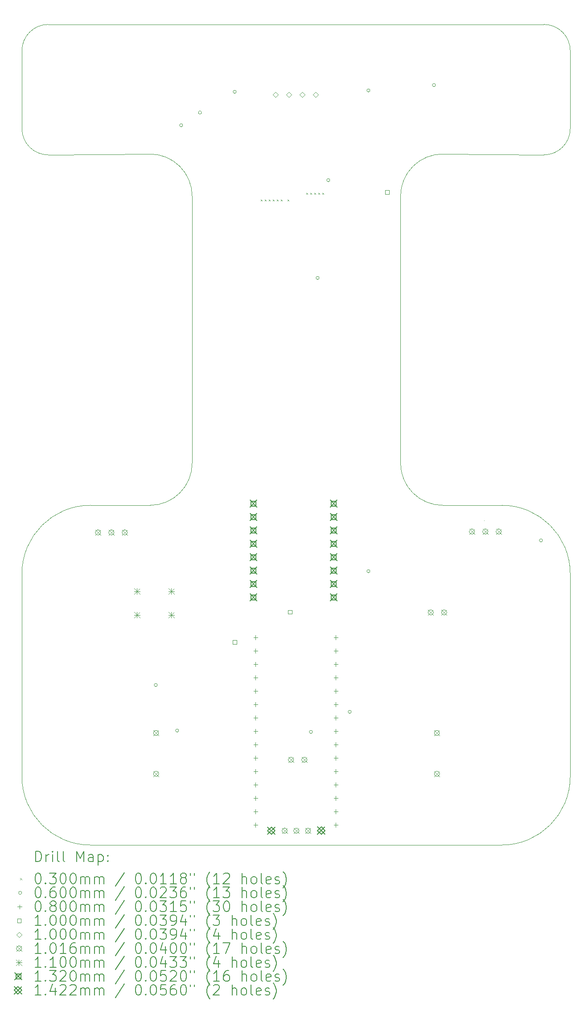
<source format=gbr>
%TF.GenerationSoftware,KiCad,Pcbnew,7.0.7*%
%TF.CreationDate,2024-02-09T12:41:04+08:00*%
%TF.ProjectId,lekirbotv2,6c656b69-7262-46f7-9476-322e6b696361,rev?*%
%TF.SameCoordinates,Original*%
%TF.FileFunction,Drillmap*%
%TF.FilePolarity,Positive*%
%FSLAX45Y45*%
G04 Gerber Fmt 4.5, Leading zero omitted, Abs format (unit mm)*
G04 Created by KiCad (PCBNEW 7.0.7) date 2024-02-09 12:41:04*
%MOMM*%
%LPD*%
G01*
G04 APERTURE LIST*
%ADD10C,0.050000*%
%ADD11C,0.200000*%
%ADD12C,0.030000*%
%ADD13C,0.060000*%
%ADD14C,0.080000*%
%ADD15C,0.100000*%
%ADD16C,0.101600*%
%ADD17C,0.110000*%
%ADD18C,0.132000*%
%ADD19C,0.142240*%
G04 APERTURE END LIST*
D10*
X7279680Y-6585104D02*
G75*
G03*
X6472984Y-5785132I-800003J-3D01*
G01*
X6479680Y-12447685D02*
X5346260Y-12447685D01*
X14460220Y-13747685D02*
X14460220Y-17591685D01*
X4046260Y-17591685D02*
G75*
G03*
X5346260Y-18891685I1300000J0D01*
G01*
X4546220Y-3327300D02*
X13960220Y-3327300D01*
X13160220Y-18891685D02*
X5346260Y-18891685D01*
X7279680Y-10320000D02*
X7279680Y-6585104D01*
X14460220Y-3827300D02*
G75*
G03*
X13960220Y-3327300I-500000J0D01*
G01*
X4546220Y-3327300D02*
G75*
G03*
X4046220Y-3827300I0J-500000D01*
G01*
X14460225Y-13747685D02*
G75*
G03*
X13160220Y-12447685I-1300005J-5D01*
G01*
X11237000Y-10320000D02*
X11237000Y-11647685D01*
X5346260Y-12447685D02*
G75*
G03*
X4046260Y-13747685I0J-1300000D01*
G01*
X13160220Y-18891685D02*
G75*
G03*
X14460220Y-17591685I0J1300000D01*
G01*
X11237005Y-11647685D02*
G75*
G03*
X12037000Y-12447685I799995J-5D01*
G01*
X14460220Y-3827300D02*
X14460220Y-5301260D01*
X4046220Y-5301260D02*
X4046220Y-3827300D01*
X12821960Y-12732165D02*
G75*
G03*
X12821960Y-12732165I0J0D01*
G01*
X4546220Y-5801260D02*
X6472984Y-5785132D01*
X12043721Y-5785158D02*
G75*
G03*
X11237000Y-6585130I-6721J-799972D01*
G01*
X6479680Y-12447685D02*
G75*
G03*
X7279680Y-11647685I0J800000D01*
G01*
X12043721Y-5785158D02*
X13960220Y-5801260D01*
X13960220Y-5801260D02*
G75*
G03*
X14460220Y-5301260I0J500000D01*
G01*
X7279680Y-10320000D02*
X7279680Y-11647685D01*
X4046220Y-5301260D02*
G75*
G03*
X4546220Y-5801260I500000J0D01*
G01*
X13160220Y-12447685D02*
X12037000Y-12447685D01*
X4046260Y-17591685D02*
X4046260Y-13747685D01*
X11237000Y-10320000D02*
X11237000Y-6585130D01*
D11*
D12*
X8580400Y-6647400D02*
X8610400Y-6677400D01*
X8610400Y-6647400D02*
X8580400Y-6677400D01*
X8656600Y-6647400D02*
X8686600Y-6677400D01*
X8686600Y-6647400D02*
X8656600Y-6677400D01*
X8732800Y-6647400D02*
X8762800Y-6677400D01*
X8762800Y-6647400D02*
X8732800Y-6677400D01*
X8809000Y-6647400D02*
X8839000Y-6677400D01*
X8839000Y-6647400D02*
X8809000Y-6677400D01*
X8885200Y-6647400D02*
X8915200Y-6677400D01*
X8915200Y-6647400D02*
X8885200Y-6677400D01*
X8961400Y-6647400D02*
X8991400Y-6677400D01*
X8991400Y-6647400D02*
X8961400Y-6677400D01*
X9088400Y-6647400D02*
X9118400Y-6677400D01*
X9118400Y-6647400D02*
X9088400Y-6677400D01*
X9444000Y-6520400D02*
X9474000Y-6550400D01*
X9474000Y-6520400D02*
X9444000Y-6550400D01*
X9520200Y-6520400D02*
X9550200Y-6550400D01*
X9550200Y-6520400D02*
X9520200Y-6550400D01*
X9596400Y-6520400D02*
X9626400Y-6550400D01*
X9626400Y-6520400D02*
X9596400Y-6550400D01*
X9672600Y-6520400D02*
X9702600Y-6550400D01*
X9702600Y-6520400D02*
X9672600Y-6550400D01*
X9748800Y-6520400D02*
X9778800Y-6550400D01*
X9778800Y-6520400D02*
X9748800Y-6550400D01*
D13*
X6618800Y-15857200D02*
G75*
G03*
X6618800Y-15857200I-30000J0D01*
G01*
X7025200Y-16720800D02*
G75*
G03*
X7025200Y-16720800I-30000J0D01*
G01*
X7101400Y-5240000D02*
G75*
G03*
X7101400Y-5240000I-30000J0D01*
G01*
X7457850Y-4998700D02*
G75*
G03*
X7457850Y-4998700I-30000J0D01*
G01*
X8117400Y-4605000D02*
G75*
G03*
X8117400Y-4605000I-30000J0D01*
G01*
X9565200Y-16746200D02*
G75*
G03*
X9565200Y-16746200I-30000J0D01*
G01*
X9692200Y-8135600D02*
G75*
G03*
X9692200Y-8135600I-30000J0D01*
G01*
X9895400Y-6281400D02*
G75*
G03*
X9895400Y-6281400I-30000J0D01*
G01*
X10301800Y-16365200D02*
G75*
G03*
X10301800Y-16365200I-30000J0D01*
G01*
X10657400Y-4579600D02*
G75*
G03*
X10657400Y-4579600I-30000J0D01*
G01*
X10657400Y-13698200D02*
G75*
G03*
X10657400Y-13698200I-30000J0D01*
G01*
X11902000Y-4478000D02*
G75*
G03*
X11902000Y-4478000I-30000J0D01*
G01*
X13934000Y-13114000D02*
G75*
G03*
X13934000Y-13114000I-30000J0D01*
G01*
D14*
X8483640Y-14914685D02*
X8483640Y-14994685D01*
X8443640Y-14954685D02*
X8523640Y-14954685D01*
X8483640Y-15168685D02*
X8483640Y-15248685D01*
X8443640Y-15208685D02*
X8523640Y-15208685D01*
X8483640Y-15422685D02*
X8483640Y-15502685D01*
X8443640Y-15462685D02*
X8523640Y-15462685D01*
X8483640Y-15676685D02*
X8483640Y-15756685D01*
X8443640Y-15716685D02*
X8523640Y-15716685D01*
X8483640Y-15930685D02*
X8483640Y-16010685D01*
X8443640Y-15970685D02*
X8523640Y-15970685D01*
X8483640Y-16184685D02*
X8483640Y-16264685D01*
X8443640Y-16224685D02*
X8523640Y-16224685D01*
X8483640Y-16438685D02*
X8483640Y-16518685D01*
X8443640Y-16478685D02*
X8523640Y-16478685D01*
X8483640Y-16692685D02*
X8483640Y-16772685D01*
X8443640Y-16732685D02*
X8523640Y-16732685D01*
X8483640Y-16946685D02*
X8483640Y-17026685D01*
X8443640Y-16986685D02*
X8523640Y-16986685D01*
X8483640Y-17200685D02*
X8483640Y-17280685D01*
X8443640Y-17240685D02*
X8523640Y-17240685D01*
X8483640Y-17454685D02*
X8483640Y-17534685D01*
X8443640Y-17494685D02*
X8523640Y-17494685D01*
X8483640Y-17708685D02*
X8483640Y-17788685D01*
X8443640Y-17748685D02*
X8523640Y-17748685D01*
X8483640Y-17962685D02*
X8483640Y-18042685D01*
X8443640Y-18002685D02*
X8523640Y-18002685D01*
X8483640Y-18216685D02*
X8483640Y-18296685D01*
X8443640Y-18256685D02*
X8523640Y-18256685D01*
X8483640Y-18470685D02*
X8483640Y-18550685D01*
X8443640Y-18510685D02*
X8523640Y-18510685D01*
X10007640Y-14914685D02*
X10007640Y-14994685D01*
X9967640Y-14954685D02*
X10047640Y-14954685D01*
X10007640Y-15168685D02*
X10007640Y-15248685D01*
X9967640Y-15208685D02*
X10047640Y-15208685D01*
X10007640Y-15422685D02*
X10007640Y-15502685D01*
X9967640Y-15462685D02*
X10047640Y-15462685D01*
X10007640Y-15676685D02*
X10007640Y-15756685D01*
X9967640Y-15716685D02*
X10047640Y-15716685D01*
X10007640Y-15930685D02*
X10007640Y-16010685D01*
X9967640Y-15970685D02*
X10047640Y-15970685D01*
X10007640Y-16184685D02*
X10007640Y-16264685D01*
X9967640Y-16224685D02*
X10047640Y-16224685D01*
X10007640Y-16438685D02*
X10007640Y-16518685D01*
X9967640Y-16478685D02*
X10047640Y-16478685D01*
X10007640Y-16692685D02*
X10007640Y-16772685D01*
X9967640Y-16732685D02*
X10047640Y-16732685D01*
X10007640Y-16946685D02*
X10007640Y-17026685D01*
X9967640Y-16986685D02*
X10047640Y-16986685D01*
X10007640Y-17200685D02*
X10007640Y-17280685D01*
X9967640Y-17240685D02*
X10047640Y-17240685D01*
X10007640Y-17454685D02*
X10007640Y-17534685D01*
X9967640Y-17494685D02*
X10047640Y-17494685D01*
X10007640Y-17708685D02*
X10007640Y-17788685D01*
X9967640Y-17748685D02*
X10047640Y-17748685D01*
X10007640Y-17962685D02*
X10007640Y-18042685D01*
X9967640Y-18002685D02*
X10047640Y-18002685D01*
X10007640Y-18216685D02*
X10007640Y-18296685D01*
X9967640Y-18256685D02*
X10047640Y-18256685D01*
X10007640Y-18470685D02*
X10007640Y-18550685D01*
X9967640Y-18510685D02*
X10047640Y-18510685D01*
D15*
X8122756Y-15079756D02*
X8122756Y-15009044D01*
X8052044Y-15009044D01*
X8052044Y-15079756D01*
X8122756Y-15079756D01*
X9173882Y-14505282D02*
X9173882Y-14434571D01*
X9103171Y-14434571D01*
X9103171Y-14505282D01*
X9173882Y-14505282D01*
X11018356Y-6545356D02*
X11018356Y-6474644D01*
X10947644Y-6474644D01*
X10947644Y-6545356D01*
X11018356Y-6545356D01*
X8864640Y-4705700D02*
X8914640Y-4655700D01*
X8864640Y-4605700D01*
X8814640Y-4655700D01*
X8864640Y-4705700D01*
X9118640Y-4705700D02*
X9168640Y-4655700D01*
X9118640Y-4605700D01*
X9068640Y-4655700D01*
X9118640Y-4705700D01*
X9372640Y-4705700D02*
X9422640Y-4655700D01*
X9372640Y-4605700D01*
X9322640Y-4655700D01*
X9372640Y-4705700D01*
X9626640Y-4705700D02*
X9676640Y-4655700D01*
X9626640Y-4605700D01*
X9576640Y-4655700D01*
X9626640Y-4705700D01*
D16*
X5440720Y-12912505D02*
X5542320Y-13014105D01*
X5542320Y-12912505D02*
X5440720Y-13014105D01*
X5542320Y-12963305D02*
G75*
G03*
X5542320Y-12963305I-50800J0D01*
G01*
X5694720Y-12912505D02*
X5796320Y-13014105D01*
X5796320Y-12912505D02*
X5694720Y-13014105D01*
X5796320Y-12963305D02*
G75*
G03*
X5796320Y-12963305I-50800J0D01*
G01*
X5948720Y-12912505D02*
X6050320Y-13014105D01*
X6050320Y-12912505D02*
X5948720Y-13014105D01*
X6050320Y-12963305D02*
G75*
G03*
X6050320Y-12963305I-50800J0D01*
G01*
X6543040Y-16715655D02*
X6644640Y-16817255D01*
X6644640Y-16715655D02*
X6543040Y-16817255D01*
X6644640Y-16766455D02*
G75*
G03*
X6644640Y-16766455I-50800J0D01*
G01*
X6543040Y-17490355D02*
X6644640Y-17591955D01*
X6644640Y-17490355D02*
X6543040Y-17591955D01*
X6644640Y-17541155D02*
G75*
G03*
X6644640Y-17541155I-50800J0D01*
G01*
X8985290Y-18569085D02*
X9086890Y-18670685D01*
X9086890Y-18569085D02*
X8985290Y-18670685D01*
X9086890Y-18619885D02*
G75*
G03*
X9086890Y-18619885I-50800J0D01*
G01*
X9105940Y-17222885D02*
X9207540Y-17324485D01*
X9207540Y-17222885D02*
X9105940Y-17324485D01*
X9207540Y-17273685D02*
G75*
G03*
X9207540Y-17273685I-50800J0D01*
G01*
X9207540Y-18569085D02*
X9309140Y-18670685D01*
X9309140Y-18569085D02*
X9207540Y-18670685D01*
X9309140Y-18619885D02*
G75*
G03*
X9309140Y-18619885I-50800J0D01*
G01*
X9359940Y-17222885D02*
X9461540Y-17324485D01*
X9461540Y-17222885D02*
X9359940Y-17324485D01*
X9461540Y-17273685D02*
G75*
G03*
X9461540Y-17273685I-50800J0D01*
G01*
X9429790Y-18569085D02*
X9531390Y-18670685D01*
X9531390Y-18569085D02*
X9429790Y-18670685D01*
X9531390Y-18619885D02*
G75*
G03*
X9531390Y-18619885I-50800J0D01*
G01*
X11760240Y-14428885D02*
X11861840Y-14530485D01*
X11861840Y-14428885D02*
X11760240Y-14530485D01*
X11861840Y-14479685D02*
G75*
G03*
X11861840Y-14479685I-50800J0D01*
G01*
X11877040Y-16715655D02*
X11978640Y-16817255D01*
X11978640Y-16715655D02*
X11877040Y-16817255D01*
X11978640Y-16766455D02*
G75*
G03*
X11978640Y-16766455I-50800J0D01*
G01*
X11877040Y-17490355D02*
X11978640Y-17591955D01*
X11978640Y-17490355D02*
X11877040Y-17591955D01*
X11978640Y-17541155D02*
G75*
G03*
X11978640Y-17541155I-50800J0D01*
G01*
X12014240Y-14428885D02*
X12115840Y-14530485D01*
X12115840Y-14428885D02*
X12014240Y-14530485D01*
X12115840Y-14479685D02*
G75*
G03*
X12115840Y-14479685I-50800J0D01*
G01*
X12542560Y-12894725D02*
X12644160Y-12996325D01*
X12644160Y-12894725D02*
X12542560Y-12996325D01*
X12644160Y-12945525D02*
G75*
G03*
X12644160Y-12945525I-50800J0D01*
G01*
X12796560Y-12894725D02*
X12898160Y-12996325D01*
X12898160Y-12894725D02*
X12796560Y-12996325D01*
X12898160Y-12945525D02*
G75*
G03*
X12898160Y-12945525I-50800J0D01*
G01*
X13050560Y-12894725D02*
X13152160Y-12996325D01*
X13152160Y-12894725D02*
X13050560Y-12996325D01*
X13152160Y-12945525D02*
G75*
G03*
X13152160Y-12945525I-50800J0D01*
G01*
D17*
X6178440Y-14025485D02*
X6288440Y-14135485D01*
X6288440Y-14025485D02*
X6178440Y-14135485D01*
X6233440Y-14025485D02*
X6233440Y-14135485D01*
X6178440Y-14080485D02*
X6288440Y-14080485D01*
X6178440Y-14475485D02*
X6288440Y-14585485D01*
X6288440Y-14475485D02*
X6178440Y-14585485D01*
X6233440Y-14475485D02*
X6233440Y-14585485D01*
X6178440Y-14530485D02*
X6288440Y-14530485D01*
X6828440Y-14025485D02*
X6938440Y-14135485D01*
X6938440Y-14025485D02*
X6828440Y-14135485D01*
X6883440Y-14025485D02*
X6883440Y-14135485D01*
X6828440Y-14080485D02*
X6938440Y-14080485D01*
X6828440Y-14475485D02*
X6938440Y-14585485D01*
X6938440Y-14475485D02*
X6828440Y-14585485D01*
X6883440Y-14475485D02*
X6883440Y-14585485D01*
X6828440Y-14530485D02*
X6938440Y-14530485D01*
D18*
X8377000Y-12349500D02*
X8509000Y-12481500D01*
X8509000Y-12349500D02*
X8377000Y-12481500D01*
X8489670Y-12462169D02*
X8489670Y-12368830D01*
X8396331Y-12368830D01*
X8396331Y-12462169D01*
X8489670Y-12462169D01*
X8377000Y-12603500D02*
X8509000Y-12735500D01*
X8509000Y-12603500D02*
X8377000Y-12735500D01*
X8489670Y-12716169D02*
X8489670Y-12622830D01*
X8396331Y-12622830D01*
X8396331Y-12716169D01*
X8489670Y-12716169D01*
X8377000Y-12857500D02*
X8509000Y-12989500D01*
X8509000Y-12857500D02*
X8377000Y-12989500D01*
X8489670Y-12970169D02*
X8489670Y-12876830D01*
X8396331Y-12876830D01*
X8396331Y-12970169D01*
X8489670Y-12970169D01*
X8377000Y-13111500D02*
X8509000Y-13243500D01*
X8509000Y-13111500D02*
X8377000Y-13243500D01*
X8489670Y-13224169D02*
X8489670Y-13130830D01*
X8396331Y-13130830D01*
X8396331Y-13224169D01*
X8489670Y-13224169D01*
X8377000Y-13365500D02*
X8509000Y-13497500D01*
X8509000Y-13365500D02*
X8377000Y-13497500D01*
X8489670Y-13478169D02*
X8489670Y-13384830D01*
X8396331Y-13384830D01*
X8396331Y-13478169D01*
X8489670Y-13478169D01*
X8377000Y-13619500D02*
X8509000Y-13751500D01*
X8509000Y-13619500D02*
X8377000Y-13751500D01*
X8489670Y-13732169D02*
X8489670Y-13638830D01*
X8396331Y-13638830D01*
X8396331Y-13732169D01*
X8489670Y-13732169D01*
X8377000Y-13873500D02*
X8509000Y-14005500D01*
X8509000Y-13873500D02*
X8377000Y-14005500D01*
X8489670Y-13986169D02*
X8489670Y-13892830D01*
X8396331Y-13892830D01*
X8396331Y-13986169D01*
X8489670Y-13986169D01*
X8377000Y-14127500D02*
X8509000Y-14259500D01*
X8509000Y-14127500D02*
X8377000Y-14259500D01*
X8489670Y-14240169D02*
X8489670Y-14146830D01*
X8396331Y-14146830D01*
X8396331Y-14240169D01*
X8489670Y-14240169D01*
X9901000Y-12349500D02*
X10033000Y-12481500D01*
X10033000Y-12349500D02*
X9901000Y-12481500D01*
X10013670Y-12462169D02*
X10013670Y-12368830D01*
X9920331Y-12368830D01*
X9920331Y-12462169D01*
X10013670Y-12462169D01*
X9901000Y-12603500D02*
X10033000Y-12735500D01*
X10033000Y-12603500D02*
X9901000Y-12735500D01*
X10013670Y-12716169D02*
X10013670Y-12622830D01*
X9920331Y-12622830D01*
X9920331Y-12716169D01*
X10013670Y-12716169D01*
X9901000Y-12857500D02*
X10033000Y-12989500D01*
X10033000Y-12857500D02*
X9901000Y-12989500D01*
X10013670Y-12970169D02*
X10013670Y-12876830D01*
X9920331Y-12876830D01*
X9920331Y-12970169D01*
X10013670Y-12970169D01*
X9901000Y-13111500D02*
X10033000Y-13243500D01*
X10033000Y-13111500D02*
X9901000Y-13243500D01*
X10013670Y-13224169D02*
X10013670Y-13130830D01*
X9920331Y-13130830D01*
X9920331Y-13224169D01*
X10013670Y-13224169D01*
X9901000Y-13365500D02*
X10033000Y-13497500D01*
X10033000Y-13365500D02*
X9901000Y-13497500D01*
X10013670Y-13478169D02*
X10013670Y-13384830D01*
X9920331Y-13384830D01*
X9920331Y-13478169D01*
X10013670Y-13478169D01*
X9901000Y-13619500D02*
X10033000Y-13751500D01*
X10033000Y-13619500D02*
X9901000Y-13751500D01*
X10013670Y-13732169D02*
X10013670Y-13638830D01*
X9920331Y-13638830D01*
X9920331Y-13732169D01*
X10013670Y-13732169D01*
X9901000Y-13873500D02*
X10033000Y-14005500D01*
X10033000Y-13873500D02*
X9901000Y-14005500D01*
X10013670Y-13986169D02*
X10013670Y-13892830D01*
X9920331Y-13892830D01*
X9920331Y-13986169D01*
X10013670Y-13986169D01*
X9901000Y-14127500D02*
X10033000Y-14259500D01*
X10033000Y-14127500D02*
X9901000Y-14259500D01*
X10013670Y-14240169D02*
X10013670Y-14146830D01*
X9920331Y-14146830D01*
X9920331Y-14240169D01*
X10013670Y-14240169D01*
D19*
X8712220Y-18550015D02*
X8854460Y-18692255D01*
X8854460Y-18550015D02*
X8712220Y-18692255D01*
X8783340Y-18692255D02*
X8854460Y-18621135D01*
X8783340Y-18550015D01*
X8712220Y-18621135D01*
X8783340Y-18692255D01*
X9662220Y-18547515D02*
X9804460Y-18689755D01*
X9804460Y-18547515D02*
X9662220Y-18689755D01*
X9733340Y-18689755D02*
X9804460Y-18618635D01*
X9733340Y-18547515D01*
X9662220Y-18618635D01*
X9733340Y-18689755D01*
D11*
X4304497Y-19205669D02*
X4304497Y-19005669D01*
X4304497Y-19005669D02*
X4352116Y-19005669D01*
X4352116Y-19005669D02*
X4380687Y-19015193D01*
X4380687Y-19015193D02*
X4399735Y-19034240D01*
X4399735Y-19034240D02*
X4409259Y-19053288D01*
X4409259Y-19053288D02*
X4418783Y-19091383D01*
X4418783Y-19091383D02*
X4418783Y-19119955D01*
X4418783Y-19119955D02*
X4409259Y-19158050D01*
X4409259Y-19158050D02*
X4399735Y-19177097D01*
X4399735Y-19177097D02*
X4380687Y-19196145D01*
X4380687Y-19196145D02*
X4352116Y-19205669D01*
X4352116Y-19205669D02*
X4304497Y-19205669D01*
X4504497Y-19205669D02*
X4504497Y-19072336D01*
X4504497Y-19110431D02*
X4514021Y-19091383D01*
X4514021Y-19091383D02*
X4523544Y-19081859D01*
X4523544Y-19081859D02*
X4542592Y-19072336D01*
X4542592Y-19072336D02*
X4561640Y-19072336D01*
X4628306Y-19205669D02*
X4628306Y-19072336D01*
X4628306Y-19005669D02*
X4618783Y-19015193D01*
X4618783Y-19015193D02*
X4628306Y-19024717D01*
X4628306Y-19024717D02*
X4637830Y-19015193D01*
X4637830Y-19015193D02*
X4628306Y-19005669D01*
X4628306Y-19005669D02*
X4628306Y-19024717D01*
X4752116Y-19205669D02*
X4733068Y-19196145D01*
X4733068Y-19196145D02*
X4723544Y-19177097D01*
X4723544Y-19177097D02*
X4723544Y-19005669D01*
X4856878Y-19205669D02*
X4837830Y-19196145D01*
X4837830Y-19196145D02*
X4828306Y-19177097D01*
X4828306Y-19177097D02*
X4828306Y-19005669D01*
X5085449Y-19205669D02*
X5085449Y-19005669D01*
X5085449Y-19005669D02*
X5152116Y-19148526D01*
X5152116Y-19148526D02*
X5218783Y-19005669D01*
X5218783Y-19005669D02*
X5218783Y-19205669D01*
X5399735Y-19205669D02*
X5399735Y-19100907D01*
X5399735Y-19100907D02*
X5390211Y-19081859D01*
X5390211Y-19081859D02*
X5371164Y-19072336D01*
X5371164Y-19072336D02*
X5333068Y-19072336D01*
X5333068Y-19072336D02*
X5314021Y-19081859D01*
X5399735Y-19196145D02*
X5380687Y-19205669D01*
X5380687Y-19205669D02*
X5333068Y-19205669D01*
X5333068Y-19205669D02*
X5314021Y-19196145D01*
X5314021Y-19196145D02*
X5304497Y-19177097D01*
X5304497Y-19177097D02*
X5304497Y-19158050D01*
X5304497Y-19158050D02*
X5314021Y-19139002D01*
X5314021Y-19139002D02*
X5333068Y-19129478D01*
X5333068Y-19129478D02*
X5380687Y-19129478D01*
X5380687Y-19129478D02*
X5399735Y-19119955D01*
X5494973Y-19072336D02*
X5494973Y-19272336D01*
X5494973Y-19081859D02*
X5514021Y-19072336D01*
X5514021Y-19072336D02*
X5552116Y-19072336D01*
X5552116Y-19072336D02*
X5571164Y-19081859D01*
X5571164Y-19081859D02*
X5580687Y-19091383D01*
X5580687Y-19091383D02*
X5590211Y-19110431D01*
X5590211Y-19110431D02*
X5590211Y-19167574D01*
X5590211Y-19167574D02*
X5580687Y-19186621D01*
X5580687Y-19186621D02*
X5571164Y-19196145D01*
X5571164Y-19196145D02*
X5552116Y-19205669D01*
X5552116Y-19205669D02*
X5514021Y-19205669D01*
X5514021Y-19205669D02*
X5494973Y-19196145D01*
X5675925Y-19186621D02*
X5685449Y-19196145D01*
X5685449Y-19196145D02*
X5675925Y-19205669D01*
X5675925Y-19205669D02*
X5666402Y-19196145D01*
X5666402Y-19196145D02*
X5675925Y-19186621D01*
X5675925Y-19186621D02*
X5675925Y-19205669D01*
X5675925Y-19081859D02*
X5685449Y-19091383D01*
X5685449Y-19091383D02*
X5675925Y-19100907D01*
X5675925Y-19100907D02*
X5666402Y-19091383D01*
X5666402Y-19091383D02*
X5675925Y-19081859D01*
X5675925Y-19081859D02*
X5675925Y-19100907D01*
D12*
X4013720Y-19519185D02*
X4043720Y-19549185D01*
X4043720Y-19519185D02*
X4013720Y-19549185D01*
D11*
X4342592Y-19425669D02*
X4361640Y-19425669D01*
X4361640Y-19425669D02*
X4380687Y-19435193D01*
X4380687Y-19435193D02*
X4390211Y-19444717D01*
X4390211Y-19444717D02*
X4399735Y-19463764D01*
X4399735Y-19463764D02*
X4409259Y-19501859D01*
X4409259Y-19501859D02*
X4409259Y-19549478D01*
X4409259Y-19549478D02*
X4399735Y-19587574D01*
X4399735Y-19587574D02*
X4390211Y-19606621D01*
X4390211Y-19606621D02*
X4380687Y-19616145D01*
X4380687Y-19616145D02*
X4361640Y-19625669D01*
X4361640Y-19625669D02*
X4342592Y-19625669D01*
X4342592Y-19625669D02*
X4323544Y-19616145D01*
X4323544Y-19616145D02*
X4314021Y-19606621D01*
X4314021Y-19606621D02*
X4304497Y-19587574D01*
X4304497Y-19587574D02*
X4294973Y-19549478D01*
X4294973Y-19549478D02*
X4294973Y-19501859D01*
X4294973Y-19501859D02*
X4304497Y-19463764D01*
X4304497Y-19463764D02*
X4314021Y-19444717D01*
X4314021Y-19444717D02*
X4323544Y-19435193D01*
X4323544Y-19435193D02*
X4342592Y-19425669D01*
X4494973Y-19606621D02*
X4504497Y-19616145D01*
X4504497Y-19616145D02*
X4494973Y-19625669D01*
X4494973Y-19625669D02*
X4485449Y-19616145D01*
X4485449Y-19616145D02*
X4494973Y-19606621D01*
X4494973Y-19606621D02*
X4494973Y-19625669D01*
X4571164Y-19425669D02*
X4694973Y-19425669D01*
X4694973Y-19425669D02*
X4628306Y-19501859D01*
X4628306Y-19501859D02*
X4656878Y-19501859D01*
X4656878Y-19501859D02*
X4675925Y-19511383D01*
X4675925Y-19511383D02*
X4685449Y-19520907D01*
X4685449Y-19520907D02*
X4694973Y-19539955D01*
X4694973Y-19539955D02*
X4694973Y-19587574D01*
X4694973Y-19587574D02*
X4685449Y-19606621D01*
X4685449Y-19606621D02*
X4675925Y-19616145D01*
X4675925Y-19616145D02*
X4656878Y-19625669D01*
X4656878Y-19625669D02*
X4599735Y-19625669D01*
X4599735Y-19625669D02*
X4580687Y-19616145D01*
X4580687Y-19616145D02*
X4571164Y-19606621D01*
X4818783Y-19425669D02*
X4837830Y-19425669D01*
X4837830Y-19425669D02*
X4856878Y-19435193D01*
X4856878Y-19435193D02*
X4866402Y-19444717D01*
X4866402Y-19444717D02*
X4875925Y-19463764D01*
X4875925Y-19463764D02*
X4885449Y-19501859D01*
X4885449Y-19501859D02*
X4885449Y-19549478D01*
X4885449Y-19549478D02*
X4875925Y-19587574D01*
X4875925Y-19587574D02*
X4866402Y-19606621D01*
X4866402Y-19606621D02*
X4856878Y-19616145D01*
X4856878Y-19616145D02*
X4837830Y-19625669D01*
X4837830Y-19625669D02*
X4818783Y-19625669D01*
X4818783Y-19625669D02*
X4799735Y-19616145D01*
X4799735Y-19616145D02*
X4790211Y-19606621D01*
X4790211Y-19606621D02*
X4780687Y-19587574D01*
X4780687Y-19587574D02*
X4771164Y-19549478D01*
X4771164Y-19549478D02*
X4771164Y-19501859D01*
X4771164Y-19501859D02*
X4780687Y-19463764D01*
X4780687Y-19463764D02*
X4790211Y-19444717D01*
X4790211Y-19444717D02*
X4799735Y-19435193D01*
X4799735Y-19435193D02*
X4818783Y-19425669D01*
X5009259Y-19425669D02*
X5028306Y-19425669D01*
X5028306Y-19425669D02*
X5047354Y-19435193D01*
X5047354Y-19435193D02*
X5056878Y-19444717D01*
X5056878Y-19444717D02*
X5066402Y-19463764D01*
X5066402Y-19463764D02*
X5075925Y-19501859D01*
X5075925Y-19501859D02*
X5075925Y-19549478D01*
X5075925Y-19549478D02*
X5066402Y-19587574D01*
X5066402Y-19587574D02*
X5056878Y-19606621D01*
X5056878Y-19606621D02*
X5047354Y-19616145D01*
X5047354Y-19616145D02*
X5028306Y-19625669D01*
X5028306Y-19625669D02*
X5009259Y-19625669D01*
X5009259Y-19625669D02*
X4990211Y-19616145D01*
X4990211Y-19616145D02*
X4980687Y-19606621D01*
X4980687Y-19606621D02*
X4971164Y-19587574D01*
X4971164Y-19587574D02*
X4961640Y-19549478D01*
X4961640Y-19549478D02*
X4961640Y-19501859D01*
X4961640Y-19501859D02*
X4971164Y-19463764D01*
X4971164Y-19463764D02*
X4980687Y-19444717D01*
X4980687Y-19444717D02*
X4990211Y-19435193D01*
X4990211Y-19435193D02*
X5009259Y-19425669D01*
X5161640Y-19625669D02*
X5161640Y-19492336D01*
X5161640Y-19511383D02*
X5171164Y-19501859D01*
X5171164Y-19501859D02*
X5190211Y-19492336D01*
X5190211Y-19492336D02*
X5218783Y-19492336D01*
X5218783Y-19492336D02*
X5237830Y-19501859D01*
X5237830Y-19501859D02*
X5247354Y-19520907D01*
X5247354Y-19520907D02*
X5247354Y-19625669D01*
X5247354Y-19520907D02*
X5256878Y-19501859D01*
X5256878Y-19501859D02*
X5275925Y-19492336D01*
X5275925Y-19492336D02*
X5304497Y-19492336D01*
X5304497Y-19492336D02*
X5323545Y-19501859D01*
X5323545Y-19501859D02*
X5333068Y-19520907D01*
X5333068Y-19520907D02*
X5333068Y-19625669D01*
X5428306Y-19625669D02*
X5428306Y-19492336D01*
X5428306Y-19511383D02*
X5437830Y-19501859D01*
X5437830Y-19501859D02*
X5456878Y-19492336D01*
X5456878Y-19492336D02*
X5485449Y-19492336D01*
X5485449Y-19492336D02*
X5504497Y-19501859D01*
X5504497Y-19501859D02*
X5514021Y-19520907D01*
X5514021Y-19520907D02*
X5514021Y-19625669D01*
X5514021Y-19520907D02*
X5523545Y-19501859D01*
X5523545Y-19501859D02*
X5542592Y-19492336D01*
X5542592Y-19492336D02*
X5571164Y-19492336D01*
X5571164Y-19492336D02*
X5590211Y-19501859D01*
X5590211Y-19501859D02*
X5599735Y-19520907D01*
X5599735Y-19520907D02*
X5599735Y-19625669D01*
X5990211Y-19416145D02*
X5818783Y-19673288D01*
X6247354Y-19425669D02*
X6266402Y-19425669D01*
X6266402Y-19425669D02*
X6285449Y-19435193D01*
X6285449Y-19435193D02*
X6294973Y-19444717D01*
X6294973Y-19444717D02*
X6304497Y-19463764D01*
X6304497Y-19463764D02*
X6314021Y-19501859D01*
X6314021Y-19501859D02*
X6314021Y-19549478D01*
X6314021Y-19549478D02*
X6304497Y-19587574D01*
X6304497Y-19587574D02*
X6294973Y-19606621D01*
X6294973Y-19606621D02*
X6285449Y-19616145D01*
X6285449Y-19616145D02*
X6266402Y-19625669D01*
X6266402Y-19625669D02*
X6247354Y-19625669D01*
X6247354Y-19625669D02*
X6228306Y-19616145D01*
X6228306Y-19616145D02*
X6218783Y-19606621D01*
X6218783Y-19606621D02*
X6209259Y-19587574D01*
X6209259Y-19587574D02*
X6199735Y-19549478D01*
X6199735Y-19549478D02*
X6199735Y-19501859D01*
X6199735Y-19501859D02*
X6209259Y-19463764D01*
X6209259Y-19463764D02*
X6218783Y-19444717D01*
X6218783Y-19444717D02*
X6228306Y-19435193D01*
X6228306Y-19435193D02*
X6247354Y-19425669D01*
X6399735Y-19606621D02*
X6409259Y-19616145D01*
X6409259Y-19616145D02*
X6399735Y-19625669D01*
X6399735Y-19625669D02*
X6390211Y-19616145D01*
X6390211Y-19616145D02*
X6399735Y-19606621D01*
X6399735Y-19606621D02*
X6399735Y-19625669D01*
X6533068Y-19425669D02*
X6552116Y-19425669D01*
X6552116Y-19425669D02*
X6571164Y-19435193D01*
X6571164Y-19435193D02*
X6580687Y-19444717D01*
X6580687Y-19444717D02*
X6590211Y-19463764D01*
X6590211Y-19463764D02*
X6599735Y-19501859D01*
X6599735Y-19501859D02*
X6599735Y-19549478D01*
X6599735Y-19549478D02*
X6590211Y-19587574D01*
X6590211Y-19587574D02*
X6580687Y-19606621D01*
X6580687Y-19606621D02*
X6571164Y-19616145D01*
X6571164Y-19616145D02*
X6552116Y-19625669D01*
X6552116Y-19625669D02*
X6533068Y-19625669D01*
X6533068Y-19625669D02*
X6514021Y-19616145D01*
X6514021Y-19616145D02*
X6504497Y-19606621D01*
X6504497Y-19606621D02*
X6494973Y-19587574D01*
X6494973Y-19587574D02*
X6485449Y-19549478D01*
X6485449Y-19549478D02*
X6485449Y-19501859D01*
X6485449Y-19501859D02*
X6494973Y-19463764D01*
X6494973Y-19463764D02*
X6504497Y-19444717D01*
X6504497Y-19444717D02*
X6514021Y-19435193D01*
X6514021Y-19435193D02*
X6533068Y-19425669D01*
X6790211Y-19625669D02*
X6675926Y-19625669D01*
X6733068Y-19625669D02*
X6733068Y-19425669D01*
X6733068Y-19425669D02*
X6714021Y-19454240D01*
X6714021Y-19454240D02*
X6694973Y-19473288D01*
X6694973Y-19473288D02*
X6675926Y-19482812D01*
X6980687Y-19625669D02*
X6866402Y-19625669D01*
X6923545Y-19625669D02*
X6923545Y-19425669D01*
X6923545Y-19425669D02*
X6904497Y-19454240D01*
X6904497Y-19454240D02*
X6885449Y-19473288D01*
X6885449Y-19473288D02*
X6866402Y-19482812D01*
X7094973Y-19511383D02*
X7075926Y-19501859D01*
X7075926Y-19501859D02*
X7066402Y-19492336D01*
X7066402Y-19492336D02*
X7056878Y-19473288D01*
X7056878Y-19473288D02*
X7056878Y-19463764D01*
X7056878Y-19463764D02*
X7066402Y-19444717D01*
X7066402Y-19444717D02*
X7075926Y-19435193D01*
X7075926Y-19435193D02*
X7094973Y-19425669D01*
X7094973Y-19425669D02*
X7133068Y-19425669D01*
X7133068Y-19425669D02*
X7152116Y-19435193D01*
X7152116Y-19435193D02*
X7161640Y-19444717D01*
X7161640Y-19444717D02*
X7171164Y-19463764D01*
X7171164Y-19463764D02*
X7171164Y-19473288D01*
X7171164Y-19473288D02*
X7161640Y-19492336D01*
X7161640Y-19492336D02*
X7152116Y-19501859D01*
X7152116Y-19501859D02*
X7133068Y-19511383D01*
X7133068Y-19511383D02*
X7094973Y-19511383D01*
X7094973Y-19511383D02*
X7075926Y-19520907D01*
X7075926Y-19520907D02*
X7066402Y-19530431D01*
X7066402Y-19530431D02*
X7056878Y-19549478D01*
X7056878Y-19549478D02*
X7056878Y-19587574D01*
X7056878Y-19587574D02*
X7066402Y-19606621D01*
X7066402Y-19606621D02*
X7075926Y-19616145D01*
X7075926Y-19616145D02*
X7094973Y-19625669D01*
X7094973Y-19625669D02*
X7133068Y-19625669D01*
X7133068Y-19625669D02*
X7152116Y-19616145D01*
X7152116Y-19616145D02*
X7161640Y-19606621D01*
X7161640Y-19606621D02*
X7171164Y-19587574D01*
X7171164Y-19587574D02*
X7171164Y-19549478D01*
X7171164Y-19549478D02*
X7161640Y-19530431D01*
X7161640Y-19530431D02*
X7152116Y-19520907D01*
X7152116Y-19520907D02*
X7133068Y-19511383D01*
X7247354Y-19425669D02*
X7247354Y-19463764D01*
X7323545Y-19425669D02*
X7323545Y-19463764D01*
X7618783Y-19701859D02*
X7609259Y-19692336D01*
X7609259Y-19692336D02*
X7590211Y-19663764D01*
X7590211Y-19663764D02*
X7580688Y-19644717D01*
X7580688Y-19644717D02*
X7571164Y-19616145D01*
X7571164Y-19616145D02*
X7561640Y-19568526D01*
X7561640Y-19568526D02*
X7561640Y-19530431D01*
X7561640Y-19530431D02*
X7571164Y-19482812D01*
X7571164Y-19482812D02*
X7580688Y-19454240D01*
X7580688Y-19454240D02*
X7590211Y-19435193D01*
X7590211Y-19435193D02*
X7609259Y-19406621D01*
X7609259Y-19406621D02*
X7618783Y-19397097D01*
X7799735Y-19625669D02*
X7685449Y-19625669D01*
X7742592Y-19625669D02*
X7742592Y-19425669D01*
X7742592Y-19425669D02*
X7723545Y-19454240D01*
X7723545Y-19454240D02*
X7704497Y-19473288D01*
X7704497Y-19473288D02*
X7685449Y-19482812D01*
X7875926Y-19444717D02*
X7885449Y-19435193D01*
X7885449Y-19435193D02*
X7904497Y-19425669D01*
X7904497Y-19425669D02*
X7952116Y-19425669D01*
X7952116Y-19425669D02*
X7971164Y-19435193D01*
X7971164Y-19435193D02*
X7980688Y-19444717D01*
X7980688Y-19444717D02*
X7990211Y-19463764D01*
X7990211Y-19463764D02*
X7990211Y-19482812D01*
X7990211Y-19482812D02*
X7980688Y-19511383D01*
X7980688Y-19511383D02*
X7866402Y-19625669D01*
X7866402Y-19625669D02*
X7990211Y-19625669D01*
X8228307Y-19625669D02*
X8228307Y-19425669D01*
X8314021Y-19625669D02*
X8314021Y-19520907D01*
X8314021Y-19520907D02*
X8304497Y-19501859D01*
X8304497Y-19501859D02*
X8285450Y-19492336D01*
X8285450Y-19492336D02*
X8256878Y-19492336D01*
X8256878Y-19492336D02*
X8237830Y-19501859D01*
X8237830Y-19501859D02*
X8228307Y-19511383D01*
X8437831Y-19625669D02*
X8418783Y-19616145D01*
X8418783Y-19616145D02*
X8409259Y-19606621D01*
X8409259Y-19606621D02*
X8399735Y-19587574D01*
X8399735Y-19587574D02*
X8399735Y-19530431D01*
X8399735Y-19530431D02*
X8409259Y-19511383D01*
X8409259Y-19511383D02*
X8418783Y-19501859D01*
X8418783Y-19501859D02*
X8437831Y-19492336D01*
X8437831Y-19492336D02*
X8466402Y-19492336D01*
X8466402Y-19492336D02*
X8485450Y-19501859D01*
X8485450Y-19501859D02*
X8494973Y-19511383D01*
X8494973Y-19511383D02*
X8504497Y-19530431D01*
X8504497Y-19530431D02*
X8504497Y-19587574D01*
X8504497Y-19587574D02*
X8494973Y-19606621D01*
X8494973Y-19606621D02*
X8485450Y-19616145D01*
X8485450Y-19616145D02*
X8466402Y-19625669D01*
X8466402Y-19625669D02*
X8437831Y-19625669D01*
X8618783Y-19625669D02*
X8599735Y-19616145D01*
X8599735Y-19616145D02*
X8590212Y-19597097D01*
X8590212Y-19597097D02*
X8590212Y-19425669D01*
X8771164Y-19616145D02*
X8752116Y-19625669D01*
X8752116Y-19625669D02*
X8714021Y-19625669D01*
X8714021Y-19625669D02*
X8694973Y-19616145D01*
X8694973Y-19616145D02*
X8685450Y-19597097D01*
X8685450Y-19597097D02*
X8685450Y-19520907D01*
X8685450Y-19520907D02*
X8694973Y-19501859D01*
X8694973Y-19501859D02*
X8714021Y-19492336D01*
X8714021Y-19492336D02*
X8752116Y-19492336D01*
X8752116Y-19492336D02*
X8771164Y-19501859D01*
X8771164Y-19501859D02*
X8780688Y-19520907D01*
X8780688Y-19520907D02*
X8780688Y-19539955D01*
X8780688Y-19539955D02*
X8685450Y-19559002D01*
X8856878Y-19616145D02*
X8875926Y-19625669D01*
X8875926Y-19625669D02*
X8914021Y-19625669D01*
X8914021Y-19625669D02*
X8933069Y-19616145D01*
X8933069Y-19616145D02*
X8942593Y-19597097D01*
X8942593Y-19597097D02*
X8942593Y-19587574D01*
X8942593Y-19587574D02*
X8933069Y-19568526D01*
X8933069Y-19568526D02*
X8914021Y-19559002D01*
X8914021Y-19559002D02*
X8885450Y-19559002D01*
X8885450Y-19559002D02*
X8866402Y-19549478D01*
X8866402Y-19549478D02*
X8856878Y-19530431D01*
X8856878Y-19530431D02*
X8856878Y-19520907D01*
X8856878Y-19520907D02*
X8866402Y-19501859D01*
X8866402Y-19501859D02*
X8885450Y-19492336D01*
X8885450Y-19492336D02*
X8914021Y-19492336D01*
X8914021Y-19492336D02*
X8933069Y-19501859D01*
X9009259Y-19701859D02*
X9018783Y-19692336D01*
X9018783Y-19692336D02*
X9037831Y-19663764D01*
X9037831Y-19663764D02*
X9047354Y-19644717D01*
X9047354Y-19644717D02*
X9056878Y-19616145D01*
X9056878Y-19616145D02*
X9066402Y-19568526D01*
X9066402Y-19568526D02*
X9066402Y-19530431D01*
X9066402Y-19530431D02*
X9056878Y-19482812D01*
X9056878Y-19482812D02*
X9047354Y-19454240D01*
X9047354Y-19454240D02*
X9037831Y-19435193D01*
X9037831Y-19435193D02*
X9018783Y-19406621D01*
X9018783Y-19406621D02*
X9009259Y-19397097D01*
D13*
X4043720Y-19798185D02*
G75*
G03*
X4043720Y-19798185I-30000J0D01*
G01*
D11*
X4342592Y-19689669D02*
X4361640Y-19689669D01*
X4361640Y-19689669D02*
X4380687Y-19699193D01*
X4380687Y-19699193D02*
X4390211Y-19708717D01*
X4390211Y-19708717D02*
X4399735Y-19727764D01*
X4399735Y-19727764D02*
X4409259Y-19765859D01*
X4409259Y-19765859D02*
X4409259Y-19813478D01*
X4409259Y-19813478D02*
X4399735Y-19851574D01*
X4399735Y-19851574D02*
X4390211Y-19870621D01*
X4390211Y-19870621D02*
X4380687Y-19880145D01*
X4380687Y-19880145D02*
X4361640Y-19889669D01*
X4361640Y-19889669D02*
X4342592Y-19889669D01*
X4342592Y-19889669D02*
X4323544Y-19880145D01*
X4323544Y-19880145D02*
X4314021Y-19870621D01*
X4314021Y-19870621D02*
X4304497Y-19851574D01*
X4304497Y-19851574D02*
X4294973Y-19813478D01*
X4294973Y-19813478D02*
X4294973Y-19765859D01*
X4294973Y-19765859D02*
X4304497Y-19727764D01*
X4304497Y-19727764D02*
X4314021Y-19708717D01*
X4314021Y-19708717D02*
X4323544Y-19699193D01*
X4323544Y-19699193D02*
X4342592Y-19689669D01*
X4494973Y-19870621D02*
X4504497Y-19880145D01*
X4504497Y-19880145D02*
X4494973Y-19889669D01*
X4494973Y-19889669D02*
X4485449Y-19880145D01*
X4485449Y-19880145D02*
X4494973Y-19870621D01*
X4494973Y-19870621D02*
X4494973Y-19889669D01*
X4675925Y-19689669D02*
X4637830Y-19689669D01*
X4637830Y-19689669D02*
X4618783Y-19699193D01*
X4618783Y-19699193D02*
X4609259Y-19708717D01*
X4609259Y-19708717D02*
X4590211Y-19737288D01*
X4590211Y-19737288D02*
X4580687Y-19775383D01*
X4580687Y-19775383D02*
X4580687Y-19851574D01*
X4580687Y-19851574D02*
X4590211Y-19870621D01*
X4590211Y-19870621D02*
X4599735Y-19880145D01*
X4599735Y-19880145D02*
X4618783Y-19889669D01*
X4618783Y-19889669D02*
X4656878Y-19889669D01*
X4656878Y-19889669D02*
X4675925Y-19880145D01*
X4675925Y-19880145D02*
X4685449Y-19870621D01*
X4685449Y-19870621D02*
X4694973Y-19851574D01*
X4694973Y-19851574D02*
X4694973Y-19803955D01*
X4694973Y-19803955D02*
X4685449Y-19784907D01*
X4685449Y-19784907D02*
X4675925Y-19775383D01*
X4675925Y-19775383D02*
X4656878Y-19765859D01*
X4656878Y-19765859D02*
X4618783Y-19765859D01*
X4618783Y-19765859D02*
X4599735Y-19775383D01*
X4599735Y-19775383D02*
X4590211Y-19784907D01*
X4590211Y-19784907D02*
X4580687Y-19803955D01*
X4818783Y-19689669D02*
X4837830Y-19689669D01*
X4837830Y-19689669D02*
X4856878Y-19699193D01*
X4856878Y-19699193D02*
X4866402Y-19708717D01*
X4866402Y-19708717D02*
X4875925Y-19727764D01*
X4875925Y-19727764D02*
X4885449Y-19765859D01*
X4885449Y-19765859D02*
X4885449Y-19813478D01*
X4885449Y-19813478D02*
X4875925Y-19851574D01*
X4875925Y-19851574D02*
X4866402Y-19870621D01*
X4866402Y-19870621D02*
X4856878Y-19880145D01*
X4856878Y-19880145D02*
X4837830Y-19889669D01*
X4837830Y-19889669D02*
X4818783Y-19889669D01*
X4818783Y-19889669D02*
X4799735Y-19880145D01*
X4799735Y-19880145D02*
X4790211Y-19870621D01*
X4790211Y-19870621D02*
X4780687Y-19851574D01*
X4780687Y-19851574D02*
X4771164Y-19813478D01*
X4771164Y-19813478D02*
X4771164Y-19765859D01*
X4771164Y-19765859D02*
X4780687Y-19727764D01*
X4780687Y-19727764D02*
X4790211Y-19708717D01*
X4790211Y-19708717D02*
X4799735Y-19699193D01*
X4799735Y-19699193D02*
X4818783Y-19689669D01*
X5009259Y-19689669D02*
X5028306Y-19689669D01*
X5028306Y-19689669D02*
X5047354Y-19699193D01*
X5047354Y-19699193D02*
X5056878Y-19708717D01*
X5056878Y-19708717D02*
X5066402Y-19727764D01*
X5066402Y-19727764D02*
X5075925Y-19765859D01*
X5075925Y-19765859D02*
X5075925Y-19813478D01*
X5075925Y-19813478D02*
X5066402Y-19851574D01*
X5066402Y-19851574D02*
X5056878Y-19870621D01*
X5056878Y-19870621D02*
X5047354Y-19880145D01*
X5047354Y-19880145D02*
X5028306Y-19889669D01*
X5028306Y-19889669D02*
X5009259Y-19889669D01*
X5009259Y-19889669D02*
X4990211Y-19880145D01*
X4990211Y-19880145D02*
X4980687Y-19870621D01*
X4980687Y-19870621D02*
X4971164Y-19851574D01*
X4971164Y-19851574D02*
X4961640Y-19813478D01*
X4961640Y-19813478D02*
X4961640Y-19765859D01*
X4961640Y-19765859D02*
X4971164Y-19727764D01*
X4971164Y-19727764D02*
X4980687Y-19708717D01*
X4980687Y-19708717D02*
X4990211Y-19699193D01*
X4990211Y-19699193D02*
X5009259Y-19689669D01*
X5161640Y-19889669D02*
X5161640Y-19756336D01*
X5161640Y-19775383D02*
X5171164Y-19765859D01*
X5171164Y-19765859D02*
X5190211Y-19756336D01*
X5190211Y-19756336D02*
X5218783Y-19756336D01*
X5218783Y-19756336D02*
X5237830Y-19765859D01*
X5237830Y-19765859D02*
X5247354Y-19784907D01*
X5247354Y-19784907D02*
X5247354Y-19889669D01*
X5247354Y-19784907D02*
X5256878Y-19765859D01*
X5256878Y-19765859D02*
X5275925Y-19756336D01*
X5275925Y-19756336D02*
X5304497Y-19756336D01*
X5304497Y-19756336D02*
X5323545Y-19765859D01*
X5323545Y-19765859D02*
X5333068Y-19784907D01*
X5333068Y-19784907D02*
X5333068Y-19889669D01*
X5428306Y-19889669D02*
X5428306Y-19756336D01*
X5428306Y-19775383D02*
X5437830Y-19765859D01*
X5437830Y-19765859D02*
X5456878Y-19756336D01*
X5456878Y-19756336D02*
X5485449Y-19756336D01*
X5485449Y-19756336D02*
X5504497Y-19765859D01*
X5504497Y-19765859D02*
X5514021Y-19784907D01*
X5514021Y-19784907D02*
X5514021Y-19889669D01*
X5514021Y-19784907D02*
X5523545Y-19765859D01*
X5523545Y-19765859D02*
X5542592Y-19756336D01*
X5542592Y-19756336D02*
X5571164Y-19756336D01*
X5571164Y-19756336D02*
X5590211Y-19765859D01*
X5590211Y-19765859D02*
X5599735Y-19784907D01*
X5599735Y-19784907D02*
X5599735Y-19889669D01*
X5990211Y-19680145D02*
X5818783Y-19937288D01*
X6247354Y-19689669D02*
X6266402Y-19689669D01*
X6266402Y-19689669D02*
X6285449Y-19699193D01*
X6285449Y-19699193D02*
X6294973Y-19708717D01*
X6294973Y-19708717D02*
X6304497Y-19727764D01*
X6304497Y-19727764D02*
X6314021Y-19765859D01*
X6314021Y-19765859D02*
X6314021Y-19813478D01*
X6314021Y-19813478D02*
X6304497Y-19851574D01*
X6304497Y-19851574D02*
X6294973Y-19870621D01*
X6294973Y-19870621D02*
X6285449Y-19880145D01*
X6285449Y-19880145D02*
X6266402Y-19889669D01*
X6266402Y-19889669D02*
X6247354Y-19889669D01*
X6247354Y-19889669D02*
X6228306Y-19880145D01*
X6228306Y-19880145D02*
X6218783Y-19870621D01*
X6218783Y-19870621D02*
X6209259Y-19851574D01*
X6209259Y-19851574D02*
X6199735Y-19813478D01*
X6199735Y-19813478D02*
X6199735Y-19765859D01*
X6199735Y-19765859D02*
X6209259Y-19727764D01*
X6209259Y-19727764D02*
X6218783Y-19708717D01*
X6218783Y-19708717D02*
X6228306Y-19699193D01*
X6228306Y-19699193D02*
X6247354Y-19689669D01*
X6399735Y-19870621D02*
X6409259Y-19880145D01*
X6409259Y-19880145D02*
X6399735Y-19889669D01*
X6399735Y-19889669D02*
X6390211Y-19880145D01*
X6390211Y-19880145D02*
X6399735Y-19870621D01*
X6399735Y-19870621D02*
X6399735Y-19889669D01*
X6533068Y-19689669D02*
X6552116Y-19689669D01*
X6552116Y-19689669D02*
X6571164Y-19699193D01*
X6571164Y-19699193D02*
X6580687Y-19708717D01*
X6580687Y-19708717D02*
X6590211Y-19727764D01*
X6590211Y-19727764D02*
X6599735Y-19765859D01*
X6599735Y-19765859D02*
X6599735Y-19813478D01*
X6599735Y-19813478D02*
X6590211Y-19851574D01*
X6590211Y-19851574D02*
X6580687Y-19870621D01*
X6580687Y-19870621D02*
X6571164Y-19880145D01*
X6571164Y-19880145D02*
X6552116Y-19889669D01*
X6552116Y-19889669D02*
X6533068Y-19889669D01*
X6533068Y-19889669D02*
X6514021Y-19880145D01*
X6514021Y-19880145D02*
X6504497Y-19870621D01*
X6504497Y-19870621D02*
X6494973Y-19851574D01*
X6494973Y-19851574D02*
X6485449Y-19813478D01*
X6485449Y-19813478D02*
X6485449Y-19765859D01*
X6485449Y-19765859D02*
X6494973Y-19727764D01*
X6494973Y-19727764D02*
X6504497Y-19708717D01*
X6504497Y-19708717D02*
X6514021Y-19699193D01*
X6514021Y-19699193D02*
X6533068Y-19689669D01*
X6675926Y-19708717D02*
X6685449Y-19699193D01*
X6685449Y-19699193D02*
X6704497Y-19689669D01*
X6704497Y-19689669D02*
X6752116Y-19689669D01*
X6752116Y-19689669D02*
X6771164Y-19699193D01*
X6771164Y-19699193D02*
X6780687Y-19708717D01*
X6780687Y-19708717D02*
X6790211Y-19727764D01*
X6790211Y-19727764D02*
X6790211Y-19746812D01*
X6790211Y-19746812D02*
X6780687Y-19775383D01*
X6780687Y-19775383D02*
X6666402Y-19889669D01*
X6666402Y-19889669D02*
X6790211Y-19889669D01*
X6856878Y-19689669D02*
X6980687Y-19689669D01*
X6980687Y-19689669D02*
X6914021Y-19765859D01*
X6914021Y-19765859D02*
X6942592Y-19765859D01*
X6942592Y-19765859D02*
X6961640Y-19775383D01*
X6961640Y-19775383D02*
X6971164Y-19784907D01*
X6971164Y-19784907D02*
X6980687Y-19803955D01*
X6980687Y-19803955D02*
X6980687Y-19851574D01*
X6980687Y-19851574D02*
X6971164Y-19870621D01*
X6971164Y-19870621D02*
X6961640Y-19880145D01*
X6961640Y-19880145D02*
X6942592Y-19889669D01*
X6942592Y-19889669D02*
X6885449Y-19889669D01*
X6885449Y-19889669D02*
X6866402Y-19880145D01*
X6866402Y-19880145D02*
X6856878Y-19870621D01*
X7152116Y-19689669D02*
X7114021Y-19689669D01*
X7114021Y-19689669D02*
X7094973Y-19699193D01*
X7094973Y-19699193D02*
X7085449Y-19708717D01*
X7085449Y-19708717D02*
X7066402Y-19737288D01*
X7066402Y-19737288D02*
X7056878Y-19775383D01*
X7056878Y-19775383D02*
X7056878Y-19851574D01*
X7056878Y-19851574D02*
X7066402Y-19870621D01*
X7066402Y-19870621D02*
X7075926Y-19880145D01*
X7075926Y-19880145D02*
X7094973Y-19889669D01*
X7094973Y-19889669D02*
X7133068Y-19889669D01*
X7133068Y-19889669D02*
X7152116Y-19880145D01*
X7152116Y-19880145D02*
X7161640Y-19870621D01*
X7161640Y-19870621D02*
X7171164Y-19851574D01*
X7171164Y-19851574D02*
X7171164Y-19803955D01*
X7171164Y-19803955D02*
X7161640Y-19784907D01*
X7161640Y-19784907D02*
X7152116Y-19775383D01*
X7152116Y-19775383D02*
X7133068Y-19765859D01*
X7133068Y-19765859D02*
X7094973Y-19765859D01*
X7094973Y-19765859D02*
X7075926Y-19775383D01*
X7075926Y-19775383D02*
X7066402Y-19784907D01*
X7066402Y-19784907D02*
X7056878Y-19803955D01*
X7247354Y-19689669D02*
X7247354Y-19727764D01*
X7323545Y-19689669D02*
X7323545Y-19727764D01*
X7618783Y-19965859D02*
X7609259Y-19956336D01*
X7609259Y-19956336D02*
X7590211Y-19927764D01*
X7590211Y-19927764D02*
X7580688Y-19908717D01*
X7580688Y-19908717D02*
X7571164Y-19880145D01*
X7571164Y-19880145D02*
X7561640Y-19832526D01*
X7561640Y-19832526D02*
X7561640Y-19794431D01*
X7561640Y-19794431D02*
X7571164Y-19746812D01*
X7571164Y-19746812D02*
X7580688Y-19718240D01*
X7580688Y-19718240D02*
X7590211Y-19699193D01*
X7590211Y-19699193D02*
X7609259Y-19670621D01*
X7609259Y-19670621D02*
X7618783Y-19661097D01*
X7799735Y-19889669D02*
X7685449Y-19889669D01*
X7742592Y-19889669D02*
X7742592Y-19689669D01*
X7742592Y-19689669D02*
X7723545Y-19718240D01*
X7723545Y-19718240D02*
X7704497Y-19737288D01*
X7704497Y-19737288D02*
X7685449Y-19746812D01*
X7866402Y-19689669D02*
X7990211Y-19689669D01*
X7990211Y-19689669D02*
X7923545Y-19765859D01*
X7923545Y-19765859D02*
X7952116Y-19765859D01*
X7952116Y-19765859D02*
X7971164Y-19775383D01*
X7971164Y-19775383D02*
X7980688Y-19784907D01*
X7980688Y-19784907D02*
X7990211Y-19803955D01*
X7990211Y-19803955D02*
X7990211Y-19851574D01*
X7990211Y-19851574D02*
X7980688Y-19870621D01*
X7980688Y-19870621D02*
X7971164Y-19880145D01*
X7971164Y-19880145D02*
X7952116Y-19889669D01*
X7952116Y-19889669D02*
X7894973Y-19889669D01*
X7894973Y-19889669D02*
X7875926Y-19880145D01*
X7875926Y-19880145D02*
X7866402Y-19870621D01*
X8228307Y-19889669D02*
X8228307Y-19689669D01*
X8314021Y-19889669D02*
X8314021Y-19784907D01*
X8314021Y-19784907D02*
X8304497Y-19765859D01*
X8304497Y-19765859D02*
X8285450Y-19756336D01*
X8285450Y-19756336D02*
X8256878Y-19756336D01*
X8256878Y-19756336D02*
X8237830Y-19765859D01*
X8237830Y-19765859D02*
X8228307Y-19775383D01*
X8437831Y-19889669D02*
X8418783Y-19880145D01*
X8418783Y-19880145D02*
X8409259Y-19870621D01*
X8409259Y-19870621D02*
X8399735Y-19851574D01*
X8399735Y-19851574D02*
X8399735Y-19794431D01*
X8399735Y-19794431D02*
X8409259Y-19775383D01*
X8409259Y-19775383D02*
X8418783Y-19765859D01*
X8418783Y-19765859D02*
X8437831Y-19756336D01*
X8437831Y-19756336D02*
X8466402Y-19756336D01*
X8466402Y-19756336D02*
X8485450Y-19765859D01*
X8485450Y-19765859D02*
X8494973Y-19775383D01*
X8494973Y-19775383D02*
X8504497Y-19794431D01*
X8504497Y-19794431D02*
X8504497Y-19851574D01*
X8504497Y-19851574D02*
X8494973Y-19870621D01*
X8494973Y-19870621D02*
X8485450Y-19880145D01*
X8485450Y-19880145D02*
X8466402Y-19889669D01*
X8466402Y-19889669D02*
X8437831Y-19889669D01*
X8618783Y-19889669D02*
X8599735Y-19880145D01*
X8599735Y-19880145D02*
X8590212Y-19861097D01*
X8590212Y-19861097D02*
X8590212Y-19689669D01*
X8771164Y-19880145D02*
X8752116Y-19889669D01*
X8752116Y-19889669D02*
X8714021Y-19889669D01*
X8714021Y-19889669D02*
X8694973Y-19880145D01*
X8694973Y-19880145D02*
X8685450Y-19861097D01*
X8685450Y-19861097D02*
X8685450Y-19784907D01*
X8685450Y-19784907D02*
X8694973Y-19765859D01*
X8694973Y-19765859D02*
X8714021Y-19756336D01*
X8714021Y-19756336D02*
X8752116Y-19756336D01*
X8752116Y-19756336D02*
X8771164Y-19765859D01*
X8771164Y-19765859D02*
X8780688Y-19784907D01*
X8780688Y-19784907D02*
X8780688Y-19803955D01*
X8780688Y-19803955D02*
X8685450Y-19823002D01*
X8856878Y-19880145D02*
X8875926Y-19889669D01*
X8875926Y-19889669D02*
X8914021Y-19889669D01*
X8914021Y-19889669D02*
X8933069Y-19880145D01*
X8933069Y-19880145D02*
X8942593Y-19861097D01*
X8942593Y-19861097D02*
X8942593Y-19851574D01*
X8942593Y-19851574D02*
X8933069Y-19832526D01*
X8933069Y-19832526D02*
X8914021Y-19823002D01*
X8914021Y-19823002D02*
X8885450Y-19823002D01*
X8885450Y-19823002D02*
X8866402Y-19813478D01*
X8866402Y-19813478D02*
X8856878Y-19794431D01*
X8856878Y-19794431D02*
X8856878Y-19784907D01*
X8856878Y-19784907D02*
X8866402Y-19765859D01*
X8866402Y-19765859D02*
X8885450Y-19756336D01*
X8885450Y-19756336D02*
X8914021Y-19756336D01*
X8914021Y-19756336D02*
X8933069Y-19765859D01*
X9009259Y-19965859D02*
X9018783Y-19956336D01*
X9018783Y-19956336D02*
X9037831Y-19927764D01*
X9037831Y-19927764D02*
X9047354Y-19908717D01*
X9047354Y-19908717D02*
X9056878Y-19880145D01*
X9056878Y-19880145D02*
X9066402Y-19832526D01*
X9066402Y-19832526D02*
X9066402Y-19794431D01*
X9066402Y-19794431D02*
X9056878Y-19746812D01*
X9056878Y-19746812D02*
X9047354Y-19718240D01*
X9047354Y-19718240D02*
X9037831Y-19699193D01*
X9037831Y-19699193D02*
X9018783Y-19670621D01*
X9018783Y-19670621D02*
X9009259Y-19661097D01*
D14*
X4003720Y-20022185D02*
X4003720Y-20102185D01*
X3963720Y-20062185D02*
X4043720Y-20062185D01*
D11*
X4342592Y-19953669D02*
X4361640Y-19953669D01*
X4361640Y-19953669D02*
X4380687Y-19963193D01*
X4380687Y-19963193D02*
X4390211Y-19972717D01*
X4390211Y-19972717D02*
X4399735Y-19991764D01*
X4399735Y-19991764D02*
X4409259Y-20029859D01*
X4409259Y-20029859D02*
X4409259Y-20077478D01*
X4409259Y-20077478D02*
X4399735Y-20115574D01*
X4399735Y-20115574D02*
X4390211Y-20134621D01*
X4390211Y-20134621D02*
X4380687Y-20144145D01*
X4380687Y-20144145D02*
X4361640Y-20153669D01*
X4361640Y-20153669D02*
X4342592Y-20153669D01*
X4342592Y-20153669D02*
X4323544Y-20144145D01*
X4323544Y-20144145D02*
X4314021Y-20134621D01*
X4314021Y-20134621D02*
X4304497Y-20115574D01*
X4304497Y-20115574D02*
X4294973Y-20077478D01*
X4294973Y-20077478D02*
X4294973Y-20029859D01*
X4294973Y-20029859D02*
X4304497Y-19991764D01*
X4304497Y-19991764D02*
X4314021Y-19972717D01*
X4314021Y-19972717D02*
X4323544Y-19963193D01*
X4323544Y-19963193D02*
X4342592Y-19953669D01*
X4494973Y-20134621D02*
X4504497Y-20144145D01*
X4504497Y-20144145D02*
X4494973Y-20153669D01*
X4494973Y-20153669D02*
X4485449Y-20144145D01*
X4485449Y-20144145D02*
X4494973Y-20134621D01*
X4494973Y-20134621D02*
X4494973Y-20153669D01*
X4618783Y-20039383D02*
X4599735Y-20029859D01*
X4599735Y-20029859D02*
X4590211Y-20020336D01*
X4590211Y-20020336D02*
X4580687Y-20001288D01*
X4580687Y-20001288D02*
X4580687Y-19991764D01*
X4580687Y-19991764D02*
X4590211Y-19972717D01*
X4590211Y-19972717D02*
X4599735Y-19963193D01*
X4599735Y-19963193D02*
X4618783Y-19953669D01*
X4618783Y-19953669D02*
X4656878Y-19953669D01*
X4656878Y-19953669D02*
X4675925Y-19963193D01*
X4675925Y-19963193D02*
X4685449Y-19972717D01*
X4685449Y-19972717D02*
X4694973Y-19991764D01*
X4694973Y-19991764D02*
X4694973Y-20001288D01*
X4694973Y-20001288D02*
X4685449Y-20020336D01*
X4685449Y-20020336D02*
X4675925Y-20029859D01*
X4675925Y-20029859D02*
X4656878Y-20039383D01*
X4656878Y-20039383D02*
X4618783Y-20039383D01*
X4618783Y-20039383D02*
X4599735Y-20048907D01*
X4599735Y-20048907D02*
X4590211Y-20058431D01*
X4590211Y-20058431D02*
X4580687Y-20077478D01*
X4580687Y-20077478D02*
X4580687Y-20115574D01*
X4580687Y-20115574D02*
X4590211Y-20134621D01*
X4590211Y-20134621D02*
X4599735Y-20144145D01*
X4599735Y-20144145D02*
X4618783Y-20153669D01*
X4618783Y-20153669D02*
X4656878Y-20153669D01*
X4656878Y-20153669D02*
X4675925Y-20144145D01*
X4675925Y-20144145D02*
X4685449Y-20134621D01*
X4685449Y-20134621D02*
X4694973Y-20115574D01*
X4694973Y-20115574D02*
X4694973Y-20077478D01*
X4694973Y-20077478D02*
X4685449Y-20058431D01*
X4685449Y-20058431D02*
X4675925Y-20048907D01*
X4675925Y-20048907D02*
X4656878Y-20039383D01*
X4818783Y-19953669D02*
X4837830Y-19953669D01*
X4837830Y-19953669D02*
X4856878Y-19963193D01*
X4856878Y-19963193D02*
X4866402Y-19972717D01*
X4866402Y-19972717D02*
X4875925Y-19991764D01*
X4875925Y-19991764D02*
X4885449Y-20029859D01*
X4885449Y-20029859D02*
X4885449Y-20077478D01*
X4885449Y-20077478D02*
X4875925Y-20115574D01*
X4875925Y-20115574D02*
X4866402Y-20134621D01*
X4866402Y-20134621D02*
X4856878Y-20144145D01*
X4856878Y-20144145D02*
X4837830Y-20153669D01*
X4837830Y-20153669D02*
X4818783Y-20153669D01*
X4818783Y-20153669D02*
X4799735Y-20144145D01*
X4799735Y-20144145D02*
X4790211Y-20134621D01*
X4790211Y-20134621D02*
X4780687Y-20115574D01*
X4780687Y-20115574D02*
X4771164Y-20077478D01*
X4771164Y-20077478D02*
X4771164Y-20029859D01*
X4771164Y-20029859D02*
X4780687Y-19991764D01*
X4780687Y-19991764D02*
X4790211Y-19972717D01*
X4790211Y-19972717D02*
X4799735Y-19963193D01*
X4799735Y-19963193D02*
X4818783Y-19953669D01*
X5009259Y-19953669D02*
X5028306Y-19953669D01*
X5028306Y-19953669D02*
X5047354Y-19963193D01*
X5047354Y-19963193D02*
X5056878Y-19972717D01*
X5056878Y-19972717D02*
X5066402Y-19991764D01*
X5066402Y-19991764D02*
X5075925Y-20029859D01*
X5075925Y-20029859D02*
X5075925Y-20077478D01*
X5075925Y-20077478D02*
X5066402Y-20115574D01*
X5066402Y-20115574D02*
X5056878Y-20134621D01*
X5056878Y-20134621D02*
X5047354Y-20144145D01*
X5047354Y-20144145D02*
X5028306Y-20153669D01*
X5028306Y-20153669D02*
X5009259Y-20153669D01*
X5009259Y-20153669D02*
X4990211Y-20144145D01*
X4990211Y-20144145D02*
X4980687Y-20134621D01*
X4980687Y-20134621D02*
X4971164Y-20115574D01*
X4971164Y-20115574D02*
X4961640Y-20077478D01*
X4961640Y-20077478D02*
X4961640Y-20029859D01*
X4961640Y-20029859D02*
X4971164Y-19991764D01*
X4971164Y-19991764D02*
X4980687Y-19972717D01*
X4980687Y-19972717D02*
X4990211Y-19963193D01*
X4990211Y-19963193D02*
X5009259Y-19953669D01*
X5161640Y-20153669D02*
X5161640Y-20020336D01*
X5161640Y-20039383D02*
X5171164Y-20029859D01*
X5171164Y-20029859D02*
X5190211Y-20020336D01*
X5190211Y-20020336D02*
X5218783Y-20020336D01*
X5218783Y-20020336D02*
X5237830Y-20029859D01*
X5237830Y-20029859D02*
X5247354Y-20048907D01*
X5247354Y-20048907D02*
X5247354Y-20153669D01*
X5247354Y-20048907D02*
X5256878Y-20029859D01*
X5256878Y-20029859D02*
X5275925Y-20020336D01*
X5275925Y-20020336D02*
X5304497Y-20020336D01*
X5304497Y-20020336D02*
X5323545Y-20029859D01*
X5323545Y-20029859D02*
X5333068Y-20048907D01*
X5333068Y-20048907D02*
X5333068Y-20153669D01*
X5428306Y-20153669D02*
X5428306Y-20020336D01*
X5428306Y-20039383D02*
X5437830Y-20029859D01*
X5437830Y-20029859D02*
X5456878Y-20020336D01*
X5456878Y-20020336D02*
X5485449Y-20020336D01*
X5485449Y-20020336D02*
X5504497Y-20029859D01*
X5504497Y-20029859D02*
X5514021Y-20048907D01*
X5514021Y-20048907D02*
X5514021Y-20153669D01*
X5514021Y-20048907D02*
X5523545Y-20029859D01*
X5523545Y-20029859D02*
X5542592Y-20020336D01*
X5542592Y-20020336D02*
X5571164Y-20020336D01*
X5571164Y-20020336D02*
X5590211Y-20029859D01*
X5590211Y-20029859D02*
X5599735Y-20048907D01*
X5599735Y-20048907D02*
X5599735Y-20153669D01*
X5990211Y-19944145D02*
X5818783Y-20201288D01*
X6247354Y-19953669D02*
X6266402Y-19953669D01*
X6266402Y-19953669D02*
X6285449Y-19963193D01*
X6285449Y-19963193D02*
X6294973Y-19972717D01*
X6294973Y-19972717D02*
X6304497Y-19991764D01*
X6304497Y-19991764D02*
X6314021Y-20029859D01*
X6314021Y-20029859D02*
X6314021Y-20077478D01*
X6314021Y-20077478D02*
X6304497Y-20115574D01*
X6304497Y-20115574D02*
X6294973Y-20134621D01*
X6294973Y-20134621D02*
X6285449Y-20144145D01*
X6285449Y-20144145D02*
X6266402Y-20153669D01*
X6266402Y-20153669D02*
X6247354Y-20153669D01*
X6247354Y-20153669D02*
X6228306Y-20144145D01*
X6228306Y-20144145D02*
X6218783Y-20134621D01*
X6218783Y-20134621D02*
X6209259Y-20115574D01*
X6209259Y-20115574D02*
X6199735Y-20077478D01*
X6199735Y-20077478D02*
X6199735Y-20029859D01*
X6199735Y-20029859D02*
X6209259Y-19991764D01*
X6209259Y-19991764D02*
X6218783Y-19972717D01*
X6218783Y-19972717D02*
X6228306Y-19963193D01*
X6228306Y-19963193D02*
X6247354Y-19953669D01*
X6399735Y-20134621D02*
X6409259Y-20144145D01*
X6409259Y-20144145D02*
X6399735Y-20153669D01*
X6399735Y-20153669D02*
X6390211Y-20144145D01*
X6390211Y-20144145D02*
X6399735Y-20134621D01*
X6399735Y-20134621D02*
X6399735Y-20153669D01*
X6533068Y-19953669D02*
X6552116Y-19953669D01*
X6552116Y-19953669D02*
X6571164Y-19963193D01*
X6571164Y-19963193D02*
X6580687Y-19972717D01*
X6580687Y-19972717D02*
X6590211Y-19991764D01*
X6590211Y-19991764D02*
X6599735Y-20029859D01*
X6599735Y-20029859D02*
X6599735Y-20077478D01*
X6599735Y-20077478D02*
X6590211Y-20115574D01*
X6590211Y-20115574D02*
X6580687Y-20134621D01*
X6580687Y-20134621D02*
X6571164Y-20144145D01*
X6571164Y-20144145D02*
X6552116Y-20153669D01*
X6552116Y-20153669D02*
X6533068Y-20153669D01*
X6533068Y-20153669D02*
X6514021Y-20144145D01*
X6514021Y-20144145D02*
X6504497Y-20134621D01*
X6504497Y-20134621D02*
X6494973Y-20115574D01*
X6494973Y-20115574D02*
X6485449Y-20077478D01*
X6485449Y-20077478D02*
X6485449Y-20029859D01*
X6485449Y-20029859D02*
X6494973Y-19991764D01*
X6494973Y-19991764D02*
X6504497Y-19972717D01*
X6504497Y-19972717D02*
X6514021Y-19963193D01*
X6514021Y-19963193D02*
X6533068Y-19953669D01*
X6666402Y-19953669D02*
X6790211Y-19953669D01*
X6790211Y-19953669D02*
X6723545Y-20029859D01*
X6723545Y-20029859D02*
X6752116Y-20029859D01*
X6752116Y-20029859D02*
X6771164Y-20039383D01*
X6771164Y-20039383D02*
X6780687Y-20048907D01*
X6780687Y-20048907D02*
X6790211Y-20067955D01*
X6790211Y-20067955D02*
X6790211Y-20115574D01*
X6790211Y-20115574D02*
X6780687Y-20134621D01*
X6780687Y-20134621D02*
X6771164Y-20144145D01*
X6771164Y-20144145D02*
X6752116Y-20153669D01*
X6752116Y-20153669D02*
X6694973Y-20153669D01*
X6694973Y-20153669D02*
X6675926Y-20144145D01*
X6675926Y-20144145D02*
X6666402Y-20134621D01*
X6980687Y-20153669D02*
X6866402Y-20153669D01*
X6923545Y-20153669D02*
X6923545Y-19953669D01*
X6923545Y-19953669D02*
X6904497Y-19982240D01*
X6904497Y-19982240D02*
X6885449Y-20001288D01*
X6885449Y-20001288D02*
X6866402Y-20010812D01*
X7161640Y-19953669D02*
X7066402Y-19953669D01*
X7066402Y-19953669D02*
X7056878Y-20048907D01*
X7056878Y-20048907D02*
X7066402Y-20039383D01*
X7066402Y-20039383D02*
X7085449Y-20029859D01*
X7085449Y-20029859D02*
X7133068Y-20029859D01*
X7133068Y-20029859D02*
X7152116Y-20039383D01*
X7152116Y-20039383D02*
X7161640Y-20048907D01*
X7161640Y-20048907D02*
X7171164Y-20067955D01*
X7171164Y-20067955D02*
X7171164Y-20115574D01*
X7171164Y-20115574D02*
X7161640Y-20134621D01*
X7161640Y-20134621D02*
X7152116Y-20144145D01*
X7152116Y-20144145D02*
X7133068Y-20153669D01*
X7133068Y-20153669D02*
X7085449Y-20153669D01*
X7085449Y-20153669D02*
X7066402Y-20144145D01*
X7066402Y-20144145D02*
X7056878Y-20134621D01*
X7247354Y-19953669D02*
X7247354Y-19991764D01*
X7323545Y-19953669D02*
X7323545Y-19991764D01*
X7618783Y-20229859D02*
X7609259Y-20220336D01*
X7609259Y-20220336D02*
X7590211Y-20191764D01*
X7590211Y-20191764D02*
X7580688Y-20172717D01*
X7580688Y-20172717D02*
X7571164Y-20144145D01*
X7571164Y-20144145D02*
X7561640Y-20096526D01*
X7561640Y-20096526D02*
X7561640Y-20058431D01*
X7561640Y-20058431D02*
X7571164Y-20010812D01*
X7571164Y-20010812D02*
X7580688Y-19982240D01*
X7580688Y-19982240D02*
X7590211Y-19963193D01*
X7590211Y-19963193D02*
X7609259Y-19934621D01*
X7609259Y-19934621D02*
X7618783Y-19925097D01*
X7675926Y-19953669D02*
X7799735Y-19953669D01*
X7799735Y-19953669D02*
X7733068Y-20029859D01*
X7733068Y-20029859D02*
X7761640Y-20029859D01*
X7761640Y-20029859D02*
X7780688Y-20039383D01*
X7780688Y-20039383D02*
X7790211Y-20048907D01*
X7790211Y-20048907D02*
X7799735Y-20067955D01*
X7799735Y-20067955D02*
X7799735Y-20115574D01*
X7799735Y-20115574D02*
X7790211Y-20134621D01*
X7790211Y-20134621D02*
X7780688Y-20144145D01*
X7780688Y-20144145D02*
X7761640Y-20153669D01*
X7761640Y-20153669D02*
X7704497Y-20153669D01*
X7704497Y-20153669D02*
X7685449Y-20144145D01*
X7685449Y-20144145D02*
X7675926Y-20134621D01*
X7923545Y-19953669D02*
X7942592Y-19953669D01*
X7942592Y-19953669D02*
X7961640Y-19963193D01*
X7961640Y-19963193D02*
X7971164Y-19972717D01*
X7971164Y-19972717D02*
X7980688Y-19991764D01*
X7980688Y-19991764D02*
X7990211Y-20029859D01*
X7990211Y-20029859D02*
X7990211Y-20077478D01*
X7990211Y-20077478D02*
X7980688Y-20115574D01*
X7980688Y-20115574D02*
X7971164Y-20134621D01*
X7971164Y-20134621D02*
X7961640Y-20144145D01*
X7961640Y-20144145D02*
X7942592Y-20153669D01*
X7942592Y-20153669D02*
X7923545Y-20153669D01*
X7923545Y-20153669D02*
X7904497Y-20144145D01*
X7904497Y-20144145D02*
X7894973Y-20134621D01*
X7894973Y-20134621D02*
X7885449Y-20115574D01*
X7885449Y-20115574D02*
X7875926Y-20077478D01*
X7875926Y-20077478D02*
X7875926Y-20029859D01*
X7875926Y-20029859D02*
X7885449Y-19991764D01*
X7885449Y-19991764D02*
X7894973Y-19972717D01*
X7894973Y-19972717D02*
X7904497Y-19963193D01*
X7904497Y-19963193D02*
X7923545Y-19953669D01*
X8228307Y-20153669D02*
X8228307Y-19953669D01*
X8314021Y-20153669D02*
X8314021Y-20048907D01*
X8314021Y-20048907D02*
X8304497Y-20029859D01*
X8304497Y-20029859D02*
X8285450Y-20020336D01*
X8285450Y-20020336D02*
X8256878Y-20020336D01*
X8256878Y-20020336D02*
X8237830Y-20029859D01*
X8237830Y-20029859D02*
X8228307Y-20039383D01*
X8437831Y-20153669D02*
X8418783Y-20144145D01*
X8418783Y-20144145D02*
X8409259Y-20134621D01*
X8409259Y-20134621D02*
X8399735Y-20115574D01*
X8399735Y-20115574D02*
X8399735Y-20058431D01*
X8399735Y-20058431D02*
X8409259Y-20039383D01*
X8409259Y-20039383D02*
X8418783Y-20029859D01*
X8418783Y-20029859D02*
X8437831Y-20020336D01*
X8437831Y-20020336D02*
X8466402Y-20020336D01*
X8466402Y-20020336D02*
X8485450Y-20029859D01*
X8485450Y-20029859D02*
X8494973Y-20039383D01*
X8494973Y-20039383D02*
X8504497Y-20058431D01*
X8504497Y-20058431D02*
X8504497Y-20115574D01*
X8504497Y-20115574D02*
X8494973Y-20134621D01*
X8494973Y-20134621D02*
X8485450Y-20144145D01*
X8485450Y-20144145D02*
X8466402Y-20153669D01*
X8466402Y-20153669D02*
X8437831Y-20153669D01*
X8618783Y-20153669D02*
X8599735Y-20144145D01*
X8599735Y-20144145D02*
X8590212Y-20125097D01*
X8590212Y-20125097D02*
X8590212Y-19953669D01*
X8771164Y-20144145D02*
X8752116Y-20153669D01*
X8752116Y-20153669D02*
X8714021Y-20153669D01*
X8714021Y-20153669D02*
X8694973Y-20144145D01*
X8694973Y-20144145D02*
X8685450Y-20125097D01*
X8685450Y-20125097D02*
X8685450Y-20048907D01*
X8685450Y-20048907D02*
X8694973Y-20029859D01*
X8694973Y-20029859D02*
X8714021Y-20020336D01*
X8714021Y-20020336D02*
X8752116Y-20020336D01*
X8752116Y-20020336D02*
X8771164Y-20029859D01*
X8771164Y-20029859D02*
X8780688Y-20048907D01*
X8780688Y-20048907D02*
X8780688Y-20067955D01*
X8780688Y-20067955D02*
X8685450Y-20087002D01*
X8856878Y-20144145D02*
X8875926Y-20153669D01*
X8875926Y-20153669D02*
X8914021Y-20153669D01*
X8914021Y-20153669D02*
X8933069Y-20144145D01*
X8933069Y-20144145D02*
X8942593Y-20125097D01*
X8942593Y-20125097D02*
X8942593Y-20115574D01*
X8942593Y-20115574D02*
X8933069Y-20096526D01*
X8933069Y-20096526D02*
X8914021Y-20087002D01*
X8914021Y-20087002D02*
X8885450Y-20087002D01*
X8885450Y-20087002D02*
X8866402Y-20077478D01*
X8866402Y-20077478D02*
X8856878Y-20058431D01*
X8856878Y-20058431D02*
X8856878Y-20048907D01*
X8856878Y-20048907D02*
X8866402Y-20029859D01*
X8866402Y-20029859D02*
X8885450Y-20020336D01*
X8885450Y-20020336D02*
X8914021Y-20020336D01*
X8914021Y-20020336D02*
X8933069Y-20029859D01*
X9009259Y-20229859D02*
X9018783Y-20220336D01*
X9018783Y-20220336D02*
X9037831Y-20191764D01*
X9037831Y-20191764D02*
X9047354Y-20172717D01*
X9047354Y-20172717D02*
X9056878Y-20144145D01*
X9056878Y-20144145D02*
X9066402Y-20096526D01*
X9066402Y-20096526D02*
X9066402Y-20058431D01*
X9066402Y-20058431D02*
X9056878Y-20010812D01*
X9056878Y-20010812D02*
X9047354Y-19982240D01*
X9047354Y-19982240D02*
X9037831Y-19963193D01*
X9037831Y-19963193D02*
X9018783Y-19934621D01*
X9018783Y-19934621D02*
X9009259Y-19925097D01*
D15*
X4029076Y-20361541D02*
X4029076Y-20290829D01*
X3958364Y-20290829D01*
X3958364Y-20361541D01*
X4029076Y-20361541D01*
D11*
X4409259Y-20417669D02*
X4294973Y-20417669D01*
X4352116Y-20417669D02*
X4352116Y-20217669D01*
X4352116Y-20217669D02*
X4333068Y-20246240D01*
X4333068Y-20246240D02*
X4314021Y-20265288D01*
X4314021Y-20265288D02*
X4294973Y-20274812D01*
X4494973Y-20398621D02*
X4504497Y-20408145D01*
X4504497Y-20408145D02*
X4494973Y-20417669D01*
X4494973Y-20417669D02*
X4485449Y-20408145D01*
X4485449Y-20408145D02*
X4494973Y-20398621D01*
X4494973Y-20398621D02*
X4494973Y-20417669D01*
X4628306Y-20217669D02*
X4647354Y-20217669D01*
X4647354Y-20217669D02*
X4666402Y-20227193D01*
X4666402Y-20227193D02*
X4675925Y-20236717D01*
X4675925Y-20236717D02*
X4685449Y-20255764D01*
X4685449Y-20255764D02*
X4694973Y-20293859D01*
X4694973Y-20293859D02*
X4694973Y-20341478D01*
X4694973Y-20341478D02*
X4685449Y-20379574D01*
X4685449Y-20379574D02*
X4675925Y-20398621D01*
X4675925Y-20398621D02*
X4666402Y-20408145D01*
X4666402Y-20408145D02*
X4647354Y-20417669D01*
X4647354Y-20417669D02*
X4628306Y-20417669D01*
X4628306Y-20417669D02*
X4609259Y-20408145D01*
X4609259Y-20408145D02*
X4599735Y-20398621D01*
X4599735Y-20398621D02*
X4590211Y-20379574D01*
X4590211Y-20379574D02*
X4580687Y-20341478D01*
X4580687Y-20341478D02*
X4580687Y-20293859D01*
X4580687Y-20293859D02*
X4590211Y-20255764D01*
X4590211Y-20255764D02*
X4599735Y-20236717D01*
X4599735Y-20236717D02*
X4609259Y-20227193D01*
X4609259Y-20227193D02*
X4628306Y-20217669D01*
X4818783Y-20217669D02*
X4837830Y-20217669D01*
X4837830Y-20217669D02*
X4856878Y-20227193D01*
X4856878Y-20227193D02*
X4866402Y-20236717D01*
X4866402Y-20236717D02*
X4875925Y-20255764D01*
X4875925Y-20255764D02*
X4885449Y-20293859D01*
X4885449Y-20293859D02*
X4885449Y-20341478D01*
X4885449Y-20341478D02*
X4875925Y-20379574D01*
X4875925Y-20379574D02*
X4866402Y-20398621D01*
X4866402Y-20398621D02*
X4856878Y-20408145D01*
X4856878Y-20408145D02*
X4837830Y-20417669D01*
X4837830Y-20417669D02*
X4818783Y-20417669D01*
X4818783Y-20417669D02*
X4799735Y-20408145D01*
X4799735Y-20408145D02*
X4790211Y-20398621D01*
X4790211Y-20398621D02*
X4780687Y-20379574D01*
X4780687Y-20379574D02*
X4771164Y-20341478D01*
X4771164Y-20341478D02*
X4771164Y-20293859D01*
X4771164Y-20293859D02*
X4780687Y-20255764D01*
X4780687Y-20255764D02*
X4790211Y-20236717D01*
X4790211Y-20236717D02*
X4799735Y-20227193D01*
X4799735Y-20227193D02*
X4818783Y-20217669D01*
X5009259Y-20217669D02*
X5028306Y-20217669D01*
X5028306Y-20217669D02*
X5047354Y-20227193D01*
X5047354Y-20227193D02*
X5056878Y-20236717D01*
X5056878Y-20236717D02*
X5066402Y-20255764D01*
X5066402Y-20255764D02*
X5075925Y-20293859D01*
X5075925Y-20293859D02*
X5075925Y-20341478D01*
X5075925Y-20341478D02*
X5066402Y-20379574D01*
X5066402Y-20379574D02*
X5056878Y-20398621D01*
X5056878Y-20398621D02*
X5047354Y-20408145D01*
X5047354Y-20408145D02*
X5028306Y-20417669D01*
X5028306Y-20417669D02*
X5009259Y-20417669D01*
X5009259Y-20417669D02*
X4990211Y-20408145D01*
X4990211Y-20408145D02*
X4980687Y-20398621D01*
X4980687Y-20398621D02*
X4971164Y-20379574D01*
X4971164Y-20379574D02*
X4961640Y-20341478D01*
X4961640Y-20341478D02*
X4961640Y-20293859D01*
X4961640Y-20293859D02*
X4971164Y-20255764D01*
X4971164Y-20255764D02*
X4980687Y-20236717D01*
X4980687Y-20236717D02*
X4990211Y-20227193D01*
X4990211Y-20227193D02*
X5009259Y-20217669D01*
X5161640Y-20417669D02*
X5161640Y-20284336D01*
X5161640Y-20303383D02*
X5171164Y-20293859D01*
X5171164Y-20293859D02*
X5190211Y-20284336D01*
X5190211Y-20284336D02*
X5218783Y-20284336D01*
X5218783Y-20284336D02*
X5237830Y-20293859D01*
X5237830Y-20293859D02*
X5247354Y-20312907D01*
X5247354Y-20312907D02*
X5247354Y-20417669D01*
X5247354Y-20312907D02*
X5256878Y-20293859D01*
X5256878Y-20293859D02*
X5275925Y-20284336D01*
X5275925Y-20284336D02*
X5304497Y-20284336D01*
X5304497Y-20284336D02*
X5323545Y-20293859D01*
X5323545Y-20293859D02*
X5333068Y-20312907D01*
X5333068Y-20312907D02*
X5333068Y-20417669D01*
X5428306Y-20417669D02*
X5428306Y-20284336D01*
X5428306Y-20303383D02*
X5437830Y-20293859D01*
X5437830Y-20293859D02*
X5456878Y-20284336D01*
X5456878Y-20284336D02*
X5485449Y-20284336D01*
X5485449Y-20284336D02*
X5504497Y-20293859D01*
X5504497Y-20293859D02*
X5514021Y-20312907D01*
X5514021Y-20312907D02*
X5514021Y-20417669D01*
X5514021Y-20312907D02*
X5523545Y-20293859D01*
X5523545Y-20293859D02*
X5542592Y-20284336D01*
X5542592Y-20284336D02*
X5571164Y-20284336D01*
X5571164Y-20284336D02*
X5590211Y-20293859D01*
X5590211Y-20293859D02*
X5599735Y-20312907D01*
X5599735Y-20312907D02*
X5599735Y-20417669D01*
X5990211Y-20208145D02*
X5818783Y-20465288D01*
X6247354Y-20217669D02*
X6266402Y-20217669D01*
X6266402Y-20217669D02*
X6285449Y-20227193D01*
X6285449Y-20227193D02*
X6294973Y-20236717D01*
X6294973Y-20236717D02*
X6304497Y-20255764D01*
X6304497Y-20255764D02*
X6314021Y-20293859D01*
X6314021Y-20293859D02*
X6314021Y-20341478D01*
X6314021Y-20341478D02*
X6304497Y-20379574D01*
X6304497Y-20379574D02*
X6294973Y-20398621D01*
X6294973Y-20398621D02*
X6285449Y-20408145D01*
X6285449Y-20408145D02*
X6266402Y-20417669D01*
X6266402Y-20417669D02*
X6247354Y-20417669D01*
X6247354Y-20417669D02*
X6228306Y-20408145D01*
X6228306Y-20408145D02*
X6218783Y-20398621D01*
X6218783Y-20398621D02*
X6209259Y-20379574D01*
X6209259Y-20379574D02*
X6199735Y-20341478D01*
X6199735Y-20341478D02*
X6199735Y-20293859D01*
X6199735Y-20293859D02*
X6209259Y-20255764D01*
X6209259Y-20255764D02*
X6218783Y-20236717D01*
X6218783Y-20236717D02*
X6228306Y-20227193D01*
X6228306Y-20227193D02*
X6247354Y-20217669D01*
X6399735Y-20398621D02*
X6409259Y-20408145D01*
X6409259Y-20408145D02*
X6399735Y-20417669D01*
X6399735Y-20417669D02*
X6390211Y-20408145D01*
X6390211Y-20408145D02*
X6399735Y-20398621D01*
X6399735Y-20398621D02*
X6399735Y-20417669D01*
X6533068Y-20217669D02*
X6552116Y-20217669D01*
X6552116Y-20217669D02*
X6571164Y-20227193D01*
X6571164Y-20227193D02*
X6580687Y-20236717D01*
X6580687Y-20236717D02*
X6590211Y-20255764D01*
X6590211Y-20255764D02*
X6599735Y-20293859D01*
X6599735Y-20293859D02*
X6599735Y-20341478D01*
X6599735Y-20341478D02*
X6590211Y-20379574D01*
X6590211Y-20379574D02*
X6580687Y-20398621D01*
X6580687Y-20398621D02*
X6571164Y-20408145D01*
X6571164Y-20408145D02*
X6552116Y-20417669D01*
X6552116Y-20417669D02*
X6533068Y-20417669D01*
X6533068Y-20417669D02*
X6514021Y-20408145D01*
X6514021Y-20408145D02*
X6504497Y-20398621D01*
X6504497Y-20398621D02*
X6494973Y-20379574D01*
X6494973Y-20379574D02*
X6485449Y-20341478D01*
X6485449Y-20341478D02*
X6485449Y-20293859D01*
X6485449Y-20293859D02*
X6494973Y-20255764D01*
X6494973Y-20255764D02*
X6504497Y-20236717D01*
X6504497Y-20236717D02*
X6514021Y-20227193D01*
X6514021Y-20227193D02*
X6533068Y-20217669D01*
X6666402Y-20217669D02*
X6790211Y-20217669D01*
X6790211Y-20217669D02*
X6723545Y-20293859D01*
X6723545Y-20293859D02*
X6752116Y-20293859D01*
X6752116Y-20293859D02*
X6771164Y-20303383D01*
X6771164Y-20303383D02*
X6780687Y-20312907D01*
X6780687Y-20312907D02*
X6790211Y-20331955D01*
X6790211Y-20331955D02*
X6790211Y-20379574D01*
X6790211Y-20379574D02*
X6780687Y-20398621D01*
X6780687Y-20398621D02*
X6771164Y-20408145D01*
X6771164Y-20408145D02*
X6752116Y-20417669D01*
X6752116Y-20417669D02*
X6694973Y-20417669D01*
X6694973Y-20417669D02*
X6675926Y-20408145D01*
X6675926Y-20408145D02*
X6666402Y-20398621D01*
X6885449Y-20417669D02*
X6923545Y-20417669D01*
X6923545Y-20417669D02*
X6942592Y-20408145D01*
X6942592Y-20408145D02*
X6952116Y-20398621D01*
X6952116Y-20398621D02*
X6971164Y-20370050D01*
X6971164Y-20370050D02*
X6980687Y-20331955D01*
X6980687Y-20331955D02*
X6980687Y-20255764D01*
X6980687Y-20255764D02*
X6971164Y-20236717D01*
X6971164Y-20236717D02*
X6961640Y-20227193D01*
X6961640Y-20227193D02*
X6942592Y-20217669D01*
X6942592Y-20217669D02*
X6904497Y-20217669D01*
X6904497Y-20217669D02*
X6885449Y-20227193D01*
X6885449Y-20227193D02*
X6875926Y-20236717D01*
X6875926Y-20236717D02*
X6866402Y-20255764D01*
X6866402Y-20255764D02*
X6866402Y-20303383D01*
X6866402Y-20303383D02*
X6875926Y-20322431D01*
X6875926Y-20322431D02*
X6885449Y-20331955D01*
X6885449Y-20331955D02*
X6904497Y-20341478D01*
X6904497Y-20341478D02*
X6942592Y-20341478D01*
X6942592Y-20341478D02*
X6961640Y-20331955D01*
X6961640Y-20331955D02*
X6971164Y-20322431D01*
X6971164Y-20322431D02*
X6980687Y-20303383D01*
X7152116Y-20284336D02*
X7152116Y-20417669D01*
X7104497Y-20208145D02*
X7056878Y-20351002D01*
X7056878Y-20351002D02*
X7180687Y-20351002D01*
X7247354Y-20217669D02*
X7247354Y-20255764D01*
X7323545Y-20217669D02*
X7323545Y-20255764D01*
X7618783Y-20493859D02*
X7609259Y-20484336D01*
X7609259Y-20484336D02*
X7590211Y-20455764D01*
X7590211Y-20455764D02*
X7580688Y-20436717D01*
X7580688Y-20436717D02*
X7571164Y-20408145D01*
X7571164Y-20408145D02*
X7561640Y-20360526D01*
X7561640Y-20360526D02*
X7561640Y-20322431D01*
X7561640Y-20322431D02*
X7571164Y-20274812D01*
X7571164Y-20274812D02*
X7580688Y-20246240D01*
X7580688Y-20246240D02*
X7590211Y-20227193D01*
X7590211Y-20227193D02*
X7609259Y-20198621D01*
X7609259Y-20198621D02*
X7618783Y-20189097D01*
X7675926Y-20217669D02*
X7799735Y-20217669D01*
X7799735Y-20217669D02*
X7733068Y-20293859D01*
X7733068Y-20293859D02*
X7761640Y-20293859D01*
X7761640Y-20293859D02*
X7780688Y-20303383D01*
X7780688Y-20303383D02*
X7790211Y-20312907D01*
X7790211Y-20312907D02*
X7799735Y-20331955D01*
X7799735Y-20331955D02*
X7799735Y-20379574D01*
X7799735Y-20379574D02*
X7790211Y-20398621D01*
X7790211Y-20398621D02*
X7780688Y-20408145D01*
X7780688Y-20408145D02*
X7761640Y-20417669D01*
X7761640Y-20417669D02*
X7704497Y-20417669D01*
X7704497Y-20417669D02*
X7685449Y-20408145D01*
X7685449Y-20408145D02*
X7675926Y-20398621D01*
X8037830Y-20417669D02*
X8037830Y-20217669D01*
X8123545Y-20417669D02*
X8123545Y-20312907D01*
X8123545Y-20312907D02*
X8114021Y-20293859D01*
X8114021Y-20293859D02*
X8094973Y-20284336D01*
X8094973Y-20284336D02*
X8066402Y-20284336D01*
X8066402Y-20284336D02*
X8047354Y-20293859D01*
X8047354Y-20293859D02*
X8037830Y-20303383D01*
X8247354Y-20417669D02*
X8228307Y-20408145D01*
X8228307Y-20408145D02*
X8218783Y-20398621D01*
X8218783Y-20398621D02*
X8209259Y-20379574D01*
X8209259Y-20379574D02*
X8209259Y-20322431D01*
X8209259Y-20322431D02*
X8218783Y-20303383D01*
X8218783Y-20303383D02*
X8228307Y-20293859D01*
X8228307Y-20293859D02*
X8247354Y-20284336D01*
X8247354Y-20284336D02*
X8275926Y-20284336D01*
X8275926Y-20284336D02*
X8294973Y-20293859D01*
X8294973Y-20293859D02*
X8304497Y-20303383D01*
X8304497Y-20303383D02*
X8314021Y-20322431D01*
X8314021Y-20322431D02*
X8314021Y-20379574D01*
X8314021Y-20379574D02*
X8304497Y-20398621D01*
X8304497Y-20398621D02*
X8294973Y-20408145D01*
X8294973Y-20408145D02*
X8275926Y-20417669D01*
X8275926Y-20417669D02*
X8247354Y-20417669D01*
X8428307Y-20417669D02*
X8409259Y-20408145D01*
X8409259Y-20408145D02*
X8399735Y-20389097D01*
X8399735Y-20389097D02*
X8399735Y-20217669D01*
X8580688Y-20408145D02*
X8561640Y-20417669D01*
X8561640Y-20417669D02*
X8523545Y-20417669D01*
X8523545Y-20417669D02*
X8504497Y-20408145D01*
X8504497Y-20408145D02*
X8494973Y-20389097D01*
X8494973Y-20389097D02*
X8494973Y-20312907D01*
X8494973Y-20312907D02*
X8504497Y-20293859D01*
X8504497Y-20293859D02*
X8523545Y-20284336D01*
X8523545Y-20284336D02*
X8561640Y-20284336D01*
X8561640Y-20284336D02*
X8580688Y-20293859D01*
X8580688Y-20293859D02*
X8590212Y-20312907D01*
X8590212Y-20312907D02*
X8590212Y-20331955D01*
X8590212Y-20331955D02*
X8494973Y-20351002D01*
X8666402Y-20408145D02*
X8685450Y-20417669D01*
X8685450Y-20417669D02*
X8723545Y-20417669D01*
X8723545Y-20417669D02*
X8742593Y-20408145D01*
X8742593Y-20408145D02*
X8752116Y-20389097D01*
X8752116Y-20389097D02*
X8752116Y-20379574D01*
X8752116Y-20379574D02*
X8742593Y-20360526D01*
X8742593Y-20360526D02*
X8723545Y-20351002D01*
X8723545Y-20351002D02*
X8694973Y-20351002D01*
X8694973Y-20351002D02*
X8675926Y-20341478D01*
X8675926Y-20341478D02*
X8666402Y-20322431D01*
X8666402Y-20322431D02*
X8666402Y-20312907D01*
X8666402Y-20312907D02*
X8675926Y-20293859D01*
X8675926Y-20293859D02*
X8694973Y-20284336D01*
X8694973Y-20284336D02*
X8723545Y-20284336D01*
X8723545Y-20284336D02*
X8742593Y-20293859D01*
X8818783Y-20493859D02*
X8828307Y-20484336D01*
X8828307Y-20484336D02*
X8847354Y-20455764D01*
X8847354Y-20455764D02*
X8856878Y-20436717D01*
X8856878Y-20436717D02*
X8866402Y-20408145D01*
X8866402Y-20408145D02*
X8875926Y-20360526D01*
X8875926Y-20360526D02*
X8875926Y-20322431D01*
X8875926Y-20322431D02*
X8866402Y-20274812D01*
X8866402Y-20274812D02*
X8856878Y-20246240D01*
X8856878Y-20246240D02*
X8847354Y-20227193D01*
X8847354Y-20227193D02*
X8828307Y-20198621D01*
X8828307Y-20198621D02*
X8818783Y-20189097D01*
D15*
X3993720Y-20640185D02*
X4043720Y-20590185D01*
X3993720Y-20540185D01*
X3943720Y-20590185D01*
X3993720Y-20640185D01*
D11*
X4409259Y-20681669D02*
X4294973Y-20681669D01*
X4352116Y-20681669D02*
X4352116Y-20481669D01*
X4352116Y-20481669D02*
X4333068Y-20510240D01*
X4333068Y-20510240D02*
X4314021Y-20529288D01*
X4314021Y-20529288D02*
X4294973Y-20538812D01*
X4494973Y-20662621D02*
X4504497Y-20672145D01*
X4504497Y-20672145D02*
X4494973Y-20681669D01*
X4494973Y-20681669D02*
X4485449Y-20672145D01*
X4485449Y-20672145D02*
X4494973Y-20662621D01*
X4494973Y-20662621D02*
X4494973Y-20681669D01*
X4628306Y-20481669D02*
X4647354Y-20481669D01*
X4647354Y-20481669D02*
X4666402Y-20491193D01*
X4666402Y-20491193D02*
X4675925Y-20500717D01*
X4675925Y-20500717D02*
X4685449Y-20519764D01*
X4685449Y-20519764D02*
X4694973Y-20557859D01*
X4694973Y-20557859D02*
X4694973Y-20605478D01*
X4694973Y-20605478D02*
X4685449Y-20643574D01*
X4685449Y-20643574D02*
X4675925Y-20662621D01*
X4675925Y-20662621D02*
X4666402Y-20672145D01*
X4666402Y-20672145D02*
X4647354Y-20681669D01*
X4647354Y-20681669D02*
X4628306Y-20681669D01*
X4628306Y-20681669D02*
X4609259Y-20672145D01*
X4609259Y-20672145D02*
X4599735Y-20662621D01*
X4599735Y-20662621D02*
X4590211Y-20643574D01*
X4590211Y-20643574D02*
X4580687Y-20605478D01*
X4580687Y-20605478D02*
X4580687Y-20557859D01*
X4580687Y-20557859D02*
X4590211Y-20519764D01*
X4590211Y-20519764D02*
X4599735Y-20500717D01*
X4599735Y-20500717D02*
X4609259Y-20491193D01*
X4609259Y-20491193D02*
X4628306Y-20481669D01*
X4818783Y-20481669D02*
X4837830Y-20481669D01*
X4837830Y-20481669D02*
X4856878Y-20491193D01*
X4856878Y-20491193D02*
X4866402Y-20500717D01*
X4866402Y-20500717D02*
X4875925Y-20519764D01*
X4875925Y-20519764D02*
X4885449Y-20557859D01*
X4885449Y-20557859D02*
X4885449Y-20605478D01*
X4885449Y-20605478D02*
X4875925Y-20643574D01*
X4875925Y-20643574D02*
X4866402Y-20662621D01*
X4866402Y-20662621D02*
X4856878Y-20672145D01*
X4856878Y-20672145D02*
X4837830Y-20681669D01*
X4837830Y-20681669D02*
X4818783Y-20681669D01*
X4818783Y-20681669D02*
X4799735Y-20672145D01*
X4799735Y-20672145D02*
X4790211Y-20662621D01*
X4790211Y-20662621D02*
X4780687Y-20643574D01*
X4780687Y-20643574D02*
X4771164Y-20605478D01*
X4771164Y-20605478D02*
X4771164Y-20557859D01*
X4771164Y-20557859D02*
X4780687Y-20519764D01*
X4780687Y-20519764D02*
X4790211Y-20500717D01*
X4790211Y-20500717D02*
X4799735Y-20491193D01*
X4799735Y-20491193D02*
X4818783Y-20481669D01*
X5009259Y-20481669D02*
X5028306Y-20481669D01*
X5028306Y-20481669D02*
X5047354Y-20491193D01*
X5047354Y-20491193D02*
X5056878Y-20500717D01*
X5056878Y-20500717D02*
X5066402Y-20519764D01*
X5066402Y-20519764D02*
X5075925Y-20557859D01*
X5075925Y-20557859D02*
X5075925Y-20605478D01*
X5075925Y-20605478D02*
X5066402Y-20643574D01*
X5066402Y-20643574D02*
X5056878Y-20662621D01*
X5056878Y-20662621D02*
X5047354Y-20672145D01*
X5047354Y-20672145D02*
X5028306Y-20681669D01*
X5028306Y-20681669D02*
X5009259Y-20681669D01*
X5009259Y-20681669D02*
X4990211Y-20672145D01*
X4990211Y-20672145D02*
X4980687Y-20662621D01*
X4980687Y-20662621D02*
X4971164Y-20643574D01*
X4971164Y-20643574D02*
X4961640Y-20605478D01*
X4961640Y-20605478D02*
X4961640Y-20557859D01*
X4961640Y-20557859D02*
X4971164Y-20519764D01*
X4971164Y-20519764D02*
X4980687Y-20500717D01*
X4980687Y-20500717D02*
X4990211Y-20491193D01*
X4990211Y-20491193D02*
X5009259Y-20481669D01*
X5161640Y-20681669D02*
X5161640Y-20548336D01*
X5161640Y-20567383D02*
X5171164Y-20557859D01*
X5171164Y-20557859D02*
X5190211Y-20548336D01*
X5190211Y-20548336D02*
X5218783Y-20548336D01*
X5218783Y-20548336D02*
X5237830Y-20557859D01*
X5237830Y-20557859D02*
X5247354Y-20576907D01*
X5247354Y-20576907D02*
X5247354Y-20681669D01*
X5247354Y-20576907D02*
X5256878Y-20557859D01*
X5256878Y-20557859D02*
X5275925Y-20548336D01*
X5275925Y-20548336D02*
X5304497Y-20548336D01*
X5304497Y-20548336D02*
X5323545Y-20557859D01*
X5323545Y-20557859D02*
X5333068Y-20576907D01*
X5333068Y-20576907D02*
X5333068Y-20681669D01*
X5428306Y-20681669D02*
X5428306Y-20548336D01*
X5428306Y-20567383D02*
X5437830Y-20557859D01*
X5437830Y-20557859D02*
X5456878Y-20548336D01*
X5456878Y-20548336D02*
X5485449Y-20548336D01*
X5485449Y-20548336D02*
X5504497Y-20557859D01*
X5504497Y-20557859D02*
X5514021Y-20576907D01*
X5514021Y-20576907D02*
X5514021Y-20681669D01*
X5514021Y-20576907D02*
X5523545Y-20557859D01*
X5523545Y-20557859D02*
X5542592Y-20548336D01*
X5542592Y-20548336D02*
X5571164Y-20548336D01*
X5571164Y-20548336D02*
X5590211Y-20557859D01*
X5590211Y-20557859D02*
X5599735Y-20576907D01*
X5599735Y-20576907D02*
X5599735Y-20681669D01*
X5990211Y-20472145D02*
X5818783Y-20729288D01*
X6247354Y-20481669D02*
X6266402Y-20481669D01*
X6266402Y-20481669D02*
X6285449Y-20491193D01*
X6285449Y-20491193D02*
X6294973Y-20500717D01*
X6294973Y-20500717D02*
X6304497Y-20519764D01*
X6304497Y-20519764D02*
X6314021Y-20557859D01*
X6314021Y-20557859D02*
X6314021Y-20605478D01*
X6314021Y-20605478D02*
X6304497Y-20643574D01*
X6304497Y-20643574D02*
X6294973Y-20662621D01*
X6294973Y-20662621D02*
X6285449Y-20672145D01*
X6285449Y-20672145D02*
X6266402Y-20681669D01*
X6266402Y-20681669D02*
X6247354Y-20681669D01*
X6247354Y-20681669D02*
X6228306Y-20672145D01*
X6228306Y-20672145D02*
X6218783Y-20662621D01*
X6218783Y-20662621D02*
X6209259Y-20643574D01*
X6209259Y-20643574D02*
X6199735Y-20605478D01*
X6199735Y-20605478D02*
X6199735Y-20557859D01*
X6199735Y-20557859D02*
X6209259Y-20519764D01*
X6209259Y-20519764D02*
X6218783Y-20500717D01*
X6218783Y-20500717D02*
X6228306Y-20491193D01*
X6228306Y-20491193D02*
X6247354Y-20481669D01*
X6399735Y-20662621D02*
X6409259Y-20672145D01*
X6409259Y-20672145D02*
X6399735Y-20681669D01*
X6399735Y-20681669D02*
X6390211Y-20672145D01*
X6390211Y-20672145D02*
X6399735Y-20662621D01*
X6399735Y-20662621D02*
X6399735Y-20681669D01*
X6533068Y-20481669D02*
X6552116Y-20481669D01*
X6552116Y-20481669D02*
X6571164Y-20491193D01*
X6571164Y-20491193D02*
X6580687Y-20500717D01*
X6580687Y-20500717D02*
X6590211Y-20519764D01*
X6590211Y-20519764D02*
X6599735Y-20557859D01*
X6599735Y-20557859D02*
X6599735Y-20605478D01*
X6599735Y-20605478D02*
X6590211Y-20643574D01*
X6590211Y-20643574D02*
X6580687Y-20662621D01*
X6580687Y-20662621D02*
X6571164Y-20672145D01*
X6571164Y-20672145D02*
X6552116Y-20681669D01*
X6552116Y-20681669D02*
X6533068Y-20681669D01*
X6533068Y-20681669D02*
X6514021Y-20672145D01*
X6514021Y-20672145D02*
X6504497Y-20662621D01*
X6504497Y-20662621D02*
X6494973Y-20643574D01*
X6494973Y-20643574D02*
X6485449Y-20605478D01*
X6485449Y-20605478D02*
X6485449Y-20557859D01*
X6485449Y-20557859D02*
X6494973Y-20519764D01*
X6494973Y-20519764D02*
X6504497Y-20500717D01*
X6504497Y-20500717D02*
X6514021Y-20491193D01*
X6514021Y-20491193D02*
X6533068Y-20481669D01*
X6666402Y-20481669D02*
X6790211Y-20481669D01*
X6790211Y-20481669D02*
X6723545Y-20557859D01*
X6723545Y-20557859D02*
X6752116Y-20557859D01*
X6752116Y-20557859D02*
X6771164Y-20567383D01*
X6771164Y-20567383D02*
X6780687Y-20576907D01*
X6780687Y-20576907D02*
X6790211Y-20595955D01*
X6790211Y-20595955D02*
X6790211Y-20643574D01*
X6790211Y-20643574D02*
X6780687Y-20662621D01*
X6780687Y-20662621D02*
X6771164Y-20672145D01*
X6771164Y-20672145D02*
X6752116Y-20681669D01*
X6752116Y-20681669D02*
X6694973Y-20681669D01*
X6694973Y-20681669D02*
X6675926Y-20672145D01*
X6675926Y-20672145D02*
X6666402Y-20662621D01*
X6885449Y-20681669D02*
X6923545Y-20681669D01*
X6923545Y-20681669D02*
X6942592Y-20672145D01*
X6942592Y-20672145D02*
X6952116Y-20662621D01*
X6952116Y-20662621D02*
X6971164Y-20634050D01*
X6971164Y-20634050D02*
X6980687Y-20595955D01*
X6980687Y-20595955D02*
X6980687Y-20519764D01*
X6980687Y-20519764D02*
X6971164Y-20500717D01*
X6971164Y-20500717D02*
X6961640Y-20491193D01*
X6961640Y-20491193D02*
X6942592Y-20481669D01*
X6942592Y-20481669D02*
X6904497Y-20481669D01*
X6904497Y-20481669D02*
X6885449Y-20491193D01*
X6885449Y-20491193D02*
X6875926Y-20500717D01*
X6875926Y-20500717D02*
X6866402Y-20519764D01*
X6866402Y-20519764D02*
X6866402Y-20567383D01*
X6866402Y-20567383D02*
X6875926Y-20586431D01*
X6875926Y-20586431D02*
X6885449Y-20595955D01*
X6885449Y-20595955D02*
X6904497Y-20605478D01*
X6904497Y-20605478D02*
X6942592Y-20605478D01*
X6942592Y-20605478D02*
X6961640Y-20595955D01*
X6961640Y-20595955D02*
X6971164Y-20586431D01*
X6971164Y-20586431D02*
X6980687Y-20567383D01*
X7152116Y-20548336D02*
X7152116Y-20681669D01*
X7104497Y-20472145D02*
X7056878Y-20615002D01*
X7056878Y-20615002D02*
X7180687Y-20615002D01*
X7247354Y-20481669D02*
X7247354Y-20519764D01*
X7323545Y-20481669D02*
X7323545Y-20519764D01*
X7618783Y-20757859D02*
X7609259Y-20748336D01*
X7609259Y-20748336D02*
X7590211Y-20719764D01*
X7590211Y-20719764D02*
X7580688Y-20700717D01*
X7580688Y-20700717D02*
X7571164Y-20672145D01*
X7571164Y-20672145D02*
X7561640Y-20624526D01*
X7561640Y-20624526D02*
X7561640Y-20586431D01*
X7561640Y-20586431D02*
X7571164Y-20538812D01*
X7571164Y-20538812D02*
X7580688Y-20510240D01*
X7580688Y-20510240D02*
X7590211Y-20491193D01*
X7590211Y-20491193D02*
X7609259Y-20462621D01*
X7609259Y-20462621D02*
X7618783Y-20453097D01*
X7780688Y-20548336D02*
X7780688Y-20681669D01*
X7733068Y-20472145D02*
X7685449Y-20615002D01*
X7685449Y-20615002D02*
X7809259Y-20615002D01*
X8037830Y-20681669D02*
X8037830Y-20481669D01*
X8123545Y-20681669D02*
X8123545Y-20576907D01*
X8123545Y-20576907D02*
X8114021Y-20557859D01*
X8114021Y-20557859D02*
X8094973Y-20548336D01*
X8094973Y-20548336D02*
X8066402Y-20548336D01*
X8066402Y-20548336D02*
X8047354Y-20557859D01*
X8047354Y-20557859D02*
X8037830Y-20567383D01*
X8247354Y-20681669D02*
X8228307Y-20672145D01*
X8228307Y-20672145D02*
X8218783Y-20662621D01*
X8218783Y-20662621D02*
X8209259Y-20643574D01*
X8209259Y-20643574D02*
X8209259Y-20586431D01*
X8209259Y-20586431D02*
X8218783Y-20567383D01*
X8218783Y-20567383D02*
X8228307Y-20557859D01*
X8228307Y-20557859D02*
X8247354Y-20548336D01*
X8247354Y-20548336D02*
X8275926Y-20548336D01*
X8275926Y-20548336D02*
X8294973Y-20557859D01*
X8294973Y-20557859D02*
X8304497Y-20567383D01*
X8304497Y-20567383D02*
X8314021Y-20586431D01*
X8314021Y-20586431D02*
X8314021Y-20643574D01*
X8314021Y-20643574D02*
X8304497Y-20662621D01*
X8304497Y-20662621D02*
X8294973Y-20672145D01*
X8294973Y-20672145D02*
X8275926Y-20681669D01*
X8275926Y-20681669D02*
X8247354Y-20681669D01*
X8428307Y-20681669D02*
X8409259Y-20672145D01*
X8409259Y-20672145D02*
X8399735Y-20653097D01*
X8399735Y-20653097D02*
X8399735Y-20481669D01*
X8580688Y-20672145D02*
X8561640Y-20681669D01*
X8561640Y-20681669D02*
X8523545Y-20681669D01*
X8523545Y-20681669D02*
X8504497Y-20672145D01*
X8504497Y-20672145D02*
X8494973Y-20653097D01*
X8494973Y-20653097D02*
X8494973Y-20576907D01*
X8494973Y-20576907D02*
X8504497Y-20557859D01*
X8504497Y-20557859D02*
X8523545Y-20548336D01*
X8523545Y-20548336D02*
X8561640Y-20548336D01*
X8561640Y-20548336D02*
X8580688Y-20557859D01*
X8580688Y-20557859D02*
X8590212Y-20576907D01*
X8590212Y-20576907D02*
X8590212Y-20595955D01*
X8590212Y-20595955D02*
X8494973Y-20615002D01*
X8666402Y-20672145D02*
X8685450Y-20681669D01*
X8685450Y-20681669D02*
X8723545Y-20681669D01*
X8723545Y-20681669D02*
X8742593Y-20672145D01*
X8742593Y-20672145D02*
X8752116Y-20653097D01*
X8752116Y-20653097D02*
X8752116Y-20643574D01*
X8752116Y-20643574D02*
X8742593Y-20624526D01*
X8742593Y-20624526D02*
X8723545Y-20615002D01*
X8723545Y-20615002D02*
X8694973Y-20615002D01*
X8694973Y-20615002D02*
X8675926Y-20605478D01*
X8675926Y-20605478D02*
X8666402Y-20586431D01*
X8666402Y-20586431D02*
X8666402Y-20576907D01*
X8666402Y-20576907D02*
X8675926Y-20557859D01*
X8675926Y-20557859D02*
X8694973Y-20548336D01*
X8694973Y-20548336D02*
X8723545Y-20548336D01*
X8723545Y-20548336D02*
X8742593Y-20557859D01*
X8818783Y-20757859D02*
X8828307Y-20748336D01*
X8828307Y-20748336D02*
X8847354Y-20719764D01*
X8847354Y-20719764D02*
X8856878Y-20700717D01*
X8856878Y-20700717D02*
X8866402Y-20672145D01*
X8866402Y-20672145D02*
X8875926Y-20624526D01*
X8875926Y-20624526D02*
X8875926Y-20586431D01*
X8875926Y-20586431D02*
X8866402Y-20538812D01*
X8866402Y-20538812D02*
X8856878Y-20510240D01*
X8856878Y-20510240D02*
X8847354Y-20491193D01*
X8847354Y-20491193D02*
X8828307Y-20462621D01*
X8828307Y-20462621D02*
X8818783Y-20453097D01*
D16*
X3942120Y-20803385D02*
X4043720Y-20904985D01*
X4043720Y-20803385D02*
X3942120Y-20904985D01*
X4043720Y-20854185D02*
G75*
G03*
X4043720Y-20854185I-50800J0D01*
G01*
D11*
X4409259Y-20945669D02*
X4294973Y-20945669D01*
X4352116Y-20945669D02*
X4352116Y-20745669D01*
X4352116Y-20745669D02*
X4333068Y-20774240D01*
X4333068Y-20774240D02*
X4314021Y-20793288D01*
X4314021Y-20793288D02*
X4294973Y-20802812D01*
X4494973Y-20926621D02*
X4504497Y-20936145D01*
X4504497Y-20936145D02*
X4494973Y-20945669D01*
X4494973Y-20945669D02*
X4485449Y-20936145D01*
X4485449Y-20936145D02*
X4494973Y-20926621D01*
X4494973Y-20926621D02*
X4494973Y-20945669D01*
X4628306Y-20745669D02*
X4647354Y-20745669D01*
X4647354Y-20745669D02*
X4666402Y-20755193D01*
X4666402Y-20755193D02*
X4675925Y-20764717D01*
X4675925Y-20764717D02*
X4685449Y-20783764D01*
X4685449Y-20783764D02*
X4694973Y-20821859D01*
X4694973Y-20821859D02*
X4694973Y-20869478D01*
X4694973Y-20869478D02*
X4685449Y-20907574D01*
X4685449Y-20907574D02*
X4675925Y-20926621D01*
X4675925Y-20926621D02*
X4666402Y-20936145D01*
X4666402Y-20936145D02*
X4647354Y-20945669D01*
X4647354Y-20945669D02*
X4628306Y-20945669D01*
X4628306Y-20945669D02*
X4609259Y-20936145D01*
X4609259Y-20936145D02*
X4599735Y-20926621D01*
X4599735Y-20926621D02*
X4590211Y-20907574D01*
X4590211Y-20907574D02*
X4580687Y-20869478D01*
X4580687Y-20869478D02*
X4580687Y-20821859D01*
X4580687Y-20821859D02*
X4590211Y-20783764D01*
X4590211Y-20783764D02*
X4599735Y-20764717D01*
X4599735Y-20764717D02*
X4609259Y-20755193D01*
X4609259Y-20755193D02*
X4628306Y-20745669D01*
X4885449Y-20945669D02*
X4771164Y-20945669D01*
X4828306Y-20945669D02*
X4828306Y-20745669D01*
X4828306Y-20745669D02*
X4809259Y-20774240D01*
X4809259Y-20774240D02*
X4790211Y-20793288D01*
X4790211Y-20793288D02*
X4771164Y-20802812D01*
X5056878Y-20745669D02*
X5018783Y-20745669D01*
X5018783Y-20745669D02*
X4999735Y-20755193D01*
X4999735Y-20755193D02*
X4990211Y-20764717D01*
X4990211Y-20764717D02*
X4971164Y-20793288D01*
X4971164Y-20793288D02*
X4961640Y-20831383D01*
X4961640Y-20831383D02*
X4961640Y-20907574D01*
X4961640Y-20907574D02*
X4971164Y-20926621D01*
X4971164Y-20926621D02*
X4980687Y-20936145D01*
X4980687Y-20936145D02*
X4999735Y-20945669D01*
X4999735Y-20945669D02*
X5037830Y-20945669D01*
X5037830Y-20945669D02*
X5056878Y-20936145D01*
X5056878Y-20936145D02*
X5066402Y-20926621D01*
X5066402Y-20926621D02*
X5075925Y-20907574D01*
X5075925Y-20907574D02*
X5075925Y-20859955D01*
X5075925Y-20859955D02*
X5066402Y-20840907D01*
X5066402Y-20840907D02*
X5056878Y-20831383D01*
X5056878Y-20831383D02*
X5037830Y-20821859D01*
X5037830Y-20821859D02*
X4999735Y-20821859D01*
X4999735Y-20821859D02*
X4980687Y-20831383D01*
X4980687Y-20831383D02*
X4971164Y-20840907D01*
X4971164Y-20840907D02*
X4961640Y-20859955D01*
X5161640Y-20945669D02*
X5161640Y-20812336D01*
X5161640Y-20831383D02*
X5171164Y-20821859D01*
X5171164Y-20821859D02*
X5190211Y-20812336D01*
X5190211Y-20812336D02*
X5218783Y-20812336D01*
X5218783Y-20812336D02*
X5237830Y-20821859D01*
X5237830Y-20821859D02*
X5247354Y-20840907D01*
X5247354Y-20840907D02*
X5247354Y-20945669D01*
X5247354Y-20840907D02*
X5256878Y-20821859D01*
X5256878Y-20821859D02*
X5275925Y-20812336D01*
X5275925Y-20812336D02*
X5304497Y-20812336D01*
X5304497Y-20812336D02*
X5323545Y-20821859D01*
X5323545Y-20821859D02*
X5333068Y-20840907D01*
X5333068Y-20840907D02*
X5333068Y-20945669D01*
X5428306Y-20945669D02*
X5428306Y-20812336D01*
X5428306Y-20831383D02*
X5437830Y-20821859D01*
X5437830Y-20821859D02*
X5456878Y-20812336D01*
X5456878Y-20812336D02*
X5485449Y-20812336D01*
X5485449Y-20812336D02*
X5504497Y-20821859D01*
X5504497Y-20821859D02*
X5514021Y-20840907D01*
X5514021Y-20840907D02*
X5514021Y-20945669D01*
X5514021Y-20840907D02*
X5523545Y-20821859D01*
X5523545Y-20821859D02*
X5542592Y-20812336D01*
X5542592Y-20812336D02*
X5571164Y-20812336D01*
X5571164Y-20812336D02*
X5590211Y-20821859D01*
X5590211Y-20821859D02*
X5599735Y-20840907D01*
X5599735Y-20840907D02*
X5599735Y-20945669D01*
X5990211Y-20736145D02*
X5818783Y-20993288D01*
X6247354Y-20745669D02*
X6266402Y-20745669D01*
X6266402Y-20745669D02*
X6285449Y-20755193D01*
X6285449Y-20755193D02*
X6294973Y-20764717D01*
X6294973Y-20764717D02*
X6304497Y-20783764D01*
X6304497Y-20783764D02*
X6314021Y-20821859D01*
X6314021Y-20821859D02*
X6314021Y-20869478D01*
X6314021Y-20869478D02*
X6304497Y-20907574D01*
X6304497Y-20907574D02*
X6294973Y-20926621D01*
X6294973Y-20926621D02*
X6285449Y-20936145D01*
X6285449Y-20936145D02*
X6266402Y-20945669D01*
X6266402Y-20945669D02*
X6247354Y-20945669D01*
X6247354Y-20945669D02*
X6228306Y-20936145D01*
X6228306Y-20936145D02*
X6218783Y-20926621D01*
X6218783Y-20926621D02*
X6209259Y-20907574D01*
X6209259Y-20907574D02*
X6199735Y-20869478D01*
X6199735Y-20869478D02*
X6199735Y-20821859D01*
X6199735Y-20821859D02*
X6209259Y-20783764D01*
X6209259Y-20783764D02*
X6218783Y-20764717D01*
X6218783Y-20764717D02*
X6228306Y-20755193D01*
X6228306Y-20755193D02*
X6247354Y-20745669D01*
X6399735Y-20926621D02*
X6409259Y-20936145D01*
X6409259Y-20936145D02*
X6399735Y-20945669D01*
X6399735Y-20945669D02*
X6390211Y-20936145D01*
X6390211Y-20936145D02*
X6399735Y-20926621D01*
X6399735Y-20926621D02*
X6399735Y-20945669D01*
X6533068Y-20745669D02*
X6552116Y-20745669D01*
X6552116Y-20745669D02*
X6571164Y-20755193D01*
X6571164Y-20755193D02*
X6580687Y-20764717D01*
X6580687Y-20764717D02*
X6590211Y-20783764D01*
X6590211Y-20783764D02*
X6599735Y-20821859D01*
X6599735Y-20821859D02*
X6599735Y-20869478D01*
X6599735Y-20869478D02*
X6590211Y-20907574D01*
X6590211Y-20907574D02*
X6580687Y-20926621D01*
X6580687Y-20926621D02*
X6571164Y-20936145D01*
X6571164Y-20936145D02*
X6552116Y-20945669D01*
X6552116Y-20945669D02*
X6533068Y-20945669D01*
X6533068Y-20945669D02*
X6514021Y-20936145D01*
X6514021Y-20936145D02*
X6504497Y-20926621D01*
X6504497Y-20926621D02*
X6494973Y-20907574D01*
X6494973Y-20907574D02*
X6485449Y-20869478D01*
X6485449Y-20869478D02*
X6485449Y-20821859D01*
X6485449Y-20821859D02*
X6494973Y-20783764D01*
X6494973Y-20783764D02*
X6504497Y-20764717D01*
X6504497Y-20764717D02*
X6514021Y-20755193D01*
X6514021Y-20755193D02*
X6533068Y-20745669D01*
X6771164Y-20812336D02*
X6771164Y-20945669D01*
X6723545Y-20736145D02*
X6675926Y-20879002D01*
X6675926Y-20879002D02*
X6799735Y-20879002D01*
X6914021Y-20745669D02*
X6933068Y-20745669D01*
X6933068Y-20745669D02*
X6952116Y-20755193D01*
X6952116Y-20755193D02*
X6961640Y-20764717D01*
X6961640Y-20764717D02*
X6971164Y-20783764D01*
X6971164Y-20783764D02*
X6980687Y-20821859D01*
X6980687Y-20821859D02*
X6980687Y-20869478D01*
X6980687Y-20869478D02*
X6971164Y-20907574D01*
X6971164Y-20907574D02*
X6961640Y-20926621D01*
X6961640Y-20926621D02*
X6952116Y-20936145D01*
X6952116Y-20936145D02*
X6933068Y-20945669D01*
X6933068Y-20945669D02*
X6914021Y-20945669D01*
X6914021Y-20945669D02*
X6894973Y-20936145D01*
X6894973Y-20936145D02*
X6885449Y-20926621D01*
X6885449Y-20926621D02*
X6875926Y-20907574D01*
X6875926Y-20907574D02*
X6866402Y-20869478D01*
X6866402Y-20869478D02*
X6866402Y-20821859D01*
X6866402Y-20821859D02*
X6875926Y-20783764D01*
X6875926Y-20783764D02*
X6885449Y-20764717D01*
X6885449Y-20764717D02*
X6894973Y-20755193D01*
X6894973Y-20755193D02*
X6914021Y-20745669D01*
X7104497Y-20745669D02*
X7123545Y-20745669D01*
X7123545Y-20745669D02*
X7142592Y-20755193D01*
X7142592Y-20755193D02*
X7152116Y-20764717D01*
X7152116Y-20764717D02*
X7161640Y-20783764D01*
X7161640Y-20783764D02*
X7171164Y-20821859D01*
X7171164Y-20821859D02*
X7171164Y-20869478D01*
X7171164Y-20869478D02*
X7161640Y-20907574D01*
X7161640Y-20907574D02*
X7152116Y-20926621D01*
X7152116Y-20926621D02*
X7142592Y-20936145D01*
X7142592Y-20936145D02*
X7123545Y-20945669D01*
X7123545Y-20945669D02*
X7104497Y-20945669D01*
X7104497Y-20945669D02*
X7085449Y-20936145D01*
X7085449Y-20936145D02*
X7075926Y-20926621D01*
X7075926Y-20926621D02*
X7066402Y-20907574D01*
X7066402Y-20907574D02*
X7056878Y-20869478D01*
X7056878Y-20869478D02*
X7056878Y-20821859D01*
X7056878Y-20821859D02*
X7066402Y-20783764D01*
X7066402Y-20783764D02*
X7075926Y-20764717D01*
X7075926Y-20764717D02*
X7085449Y-20755193D01*
X7085449Y-20755193D02*
X7104497Y-20745669D01*
X7247354Y-20745669D02*
X7247354Y-20783764D01*
X7323545Y-20745669D02*
X7323545Y-20783764D01*
X7618783Y-21021859D02*
X7609259Y-21012336D01*
X7609259Y-21012336D02*
X7590211Y-20983764D01*
X7590211Y-20983764D02*
X7580688Y-20964717D01*
X7580688Y-20964717D02*
X7571164Y-20936145D01*
X7571164Y-20936145D02*
X7561640Y-20888526D01*
X7561640Y-20888526D02*
X7561640Y-20850431D01*
X7561640Y-20850431D02*
X7571164Y-20802812D01*
X7571164Y-20802812D02*
X7580688Y-20774240D01*
X7580688Y-20774240D02*
X7590211Y-20755193D01*
X7590211Y-20755193D02*
X7609259Y-20726621D01*
X7609259Y-20726621D02*
X7618783Y-20717097D01*
X7799735Y-20945669D02*
X7685449Y-20945669D01*
X7742592Y-20945669D02*
X7742592Y-20745669D01*
X7742592Y-20745669D02*
X7723545Y-20774240D01*
X7723545Y-20774240D02*
X7704497Y-20793288D01*
X7704497Y-20793288D02*
X7685449Y-20802812D01*
X7866402Y-20745669D02*
X7999735Y-20745669D01*
X7999735Y-20745669D02*
X7914021Y-20945669D01*
X8228307Y-20945669D02*
X8228307Y-20745669D01*
X8314021Y-20945669D02*
X8314021Y-20840907D01*
X8314021Y-20840907D02*
X8304497Y-20821859D01*
X8304497Y-20821859D02*
X8285450Y-20812336D01*
X8285450Y-20812336D02*
X8256878Y-20812336D01*
X8256878Y-20812336D02*
X8237830Y-20821859D01*
X8237830Y-20821859D02*
X8228307Y-20831383D01*
X8437831Y-20945669D02*
X8418783Y-20936145D01*
X8418783Y-20936145D02*
X8409259Y-20926621D01*
X8409259Y-20926621D02*
X8399735Y-20907574D01*
X8399735Y-20907574D02*
X8399735Y-20850431D01*
X8399735Y-20850431D02*
X8409259Y-20831383D01*
X8409259Y-20831383D02*
X8418783Y-20821859D01*
X8418783Y-20821859D02*
X8437831Y-20812336D01*
X8437831Y-20812336D02*
X8466402Y-20812336D01*
X8466402Y-20812336D02*
X8485450Y-20821859D01*
X8485450Y-20821859D02*
X8494973Y-20831383D01*
X8494973Y-20831383D02*
X8504497Y-20850431D01*
X8504497Y-20850431D02*
X8504497Y-20907574D01*
X8504497Y-20907574D02*
X8494973Y-20926621D01*
X8494973Y-20926621D02*
X8485450Y-20936145D01*
X8485450Y-20936145D02*
X8466402Y-20945669D01*
X8466402Y-20945669D02*
X8437831Y-20945669D01*
X8618783Y-20945669D02*
X8599735Y-20936145D01*
X8599735Y-20936145D02*
X8590212Y-20917097D01*
X8590212Y-20917097D02*
X8590212Y-20745669D01*
X8771164Y-20936145D02*
X8752116Y-20945669D01*
X8752116Y-20945669D02*
X8714021Y-20945669D01*
X8714021Y-20945669D02*
X8694973Y-20936145D01*
X8694973Y-20936145D02*
X8685450Y-20917097D01*
X8685450Y-20917097D02*
X8685450Y-20840907D01*
X8685450Y-20840907D02*
X8694973Y-20821859D01*
X8694973Y-20821859D02*
X8714021Y-20812336D01*
X8714021Y-20812336D02*
X8752116Y-20812336D01*
X8752116Y-20812336D02*
X8771164Y-20821859D01*
X8771164Y-20821859D02*
X8780688Y-20840907D01*
X8780688Y-20840907D02*
X8780688Y-20859955D01*
X8780688Y-20859955D02*
X8685450Y-20879002D01*
X8856878Y-20936145D02*
X8875926Y-20945669D01*
X8875926Y-20945669D02*
X8914021Y-20945669D01*
X8914021Y-20945669D02*
X8933069Y-20936145D01*
X8933069Y-20936145D02*
X8942593Y-20917097D01*
X8942593Y-20917097D02*
X8942593Y-20907574D01*
X8942593Y-20907574D02*
X8933069Y-20888526D01*
X8933069Y-20888526D02*
X8914021Y-20879002D01*
X8914021Y-20879002D02*
X8885450Y-20879002D01*
X8885450Y-20879002D02*
X8866402Y-20869478D01*
X8866402Y-20869478D02*
X8856878Y-20850431D01*
X8856878Y-20850431D02*
X8856878Y-20840907D01*
X8856878Y-20840907D02*
X8866402Y-20821859D01*
X8866402Y-20821859D02*
X8885450Y-20812336D01*
X8885450Y-20812336D02*
X8914021Y-20812336D01*
X8914021Y-20812336D02*
X8933069Y-20821859D01*
X9009259Y-21021859D02*
X9018783Y-21012336D01*
X9018783Y-21012336D02*
X9037831Y-20983764D01*
X9037831Y-20983764D02*
X9047354Y-20964717D01*
X9047354Y-20964717D02*
X9056878Y-20936145D01*
X9056878Y-20936145D02*
X9066402Y-20888526D01*
X9066402Y-20888526D02*
X9066402Y-20850431D01*
X9066402Y-20850431D02*
X9056878Y-20802812D01*
X9056878Y-20802812D02*
X9047354Y-20774240D01*
X9047354Y-20774240D02*
X9037831Y-20755193D01*
X9037831Y-20755193D02*
X9018783Y-20726621D01*
X9018783Y-20726621D02*
X9009259Y-20717097D01*
D17*
X3933720Y-21063185D02*
X4043720Y-21173185D01*
X4043720Y-21063185D02*
X3933720Y-21173185D01*
X3988720Y-21063185D02*
X3988720Y-21173185D01*
X3933720Y-21118185D02*
X4043720Y-21118185D01*
D11*
X4409259Y-21209669D02*
X4294973Y-21209669D01*
X4352116Y-21209669D02*
X4352116Y-21009669D01*
X4352116Y-21009669D02*
X4333068Y-21038240D01*
X4333068Y-21038240D02*
X4314021Y-21057288D01*
X4314021Y-21057288D02*
X4294973Y-21066812D01*
X4494973Y-21190621D02*
X4504497Y-21200145D01*
X4504497Y-21200145D02*
X4494973Y-21209669D01*
X4494973Y-21209669D02*
X4485449Y-21200145D01*
X4485449Y-21200145D02*
X4494973Y-21190621D01*
X4494973Y-21190621D02*
X4494973Y-21209669D01*
X4694973Y-21209669D02*
X4580687Y-21209669D01*
X4637830Y-21209669D02*
X4637830Y-21009669D01*
X4637830Y-21009669D02*
X4618783Y-21038240D01*
X4618783Y-21038240D02*
X4599735Y-21057288D01*
X4599735Y-21057288D02*
X4580687Y-21066812D01*
X4818783Y-21009669D02*
X4837830Y-21009669D01*
X4837830Y-21009669D02*
X4856878Y-21019193D01*
X4856878Y-21019193D02*
X4866402Y-21028717D01*
X4866402Y-21028717D02*
X4875925Y-21047764D01*
X4875925Y-21047764D02*
X4885449Y-21085859D01*
X4885449Y-21085859D02*
X4885449Y-21133478D01*
X4885449Y-21133478D02*
X4875925Y-21171574D01*
X4875925Y-21171574D02*
X4866402Y-21190621D01*
X4866402Y-21190621D02*
X4856878Y-21200145D01*
X4856878Y-21200145D02*
X4837830Y-21209669D01*
X4837830Y-21209669D02*
X4818783Y-21209669D01*
X4818783Y-21209669D02*
X4799735Y-21200145D01*
X4799735Y-21200145D02*
X4790211Y-21190621D01*
X4790211Y-21190621D02*
X4780687Y-21171574D01*
X4780687Y-21171574D02*
X4771164Y-21133478D01*
X4771164Y-21133478D02*
X4771164Y-21085859D01*
X4771164Y-21085859D02*
X4780687Y-21047764D01*
X4780687Y-21047764D02*
X4790211Y-21028717D01*
X4790211Y-21028717D02*
X4799735Y-21019193D01*
X4799735Y-21019193D02*
X4818783Y-21009669D01*
X5009259Y-21009669D02*
X5028306Y-21009669D01*
X5028306Y-21009669D02*
X5047354Y-21019193D01*
X5047354Y-21019193D02*
X5056878Y-21028717D01*
X5056878Y-21028717D02*
X5066402Y-21047764D01*
X5066402Y-21047764D02*
X5075925Y-21085859D01*
X5075925Y-21085859D02*
X5075925Y-21133478D01*
X5075925Y-21133478D02*
X5066402Y-21171574D01*
X5066402Y-21171574D02*
X5056878Y-21190621D01*
X5056878Y-21190621D02*
X5047354Y-21200145D01*
X5047354Y-21200145D02*
X5028306Y-21209669D01*
X5028306Y-21209669D02*
X5009259Y-21209669D01*
X5009259Y-21209669D02*
X4990211Y-21200145D01*
X4990211Y-21200145D02*
X4980687Y-21190621D01*
X4980687Y-21190621D02*
X4971164Y-21171574D01*
X4971164Y-21171574D02*
X4961640Y-21133478D01*
X4961640Y-21133478D02*
X4961640Y-21085859D01*
X4961640Y-21085859D02*
X4971164Y-21047764D01*
X4971164Y-21047764D02*
X4980687Y-21028717D01*
X4980687Y-21028717D02*
X4990211Y-21019193D01*
X4990211Y-21019193D02*
X5009259Y-21009669D01*
X5161640Y-21209669D02*
X5161640Y-21076336D01*
X5161640Y-21095383D02*
X5171164Y-21085859D01*
X5171164Y-21085859D02*
X5190211Y-21076336D01*
X5190211Y-21076336D02*
X5218783Y-21076336D01*
X5218783Y-21076336D02*
X5237830Y-21085859D01*
X5237830Y-21085859D02*
X5247354Y-21104907D01*
X5247354Y-21104907D02*
X5247354Y-21209669D01*
X5247354Y-21104907D02*
X5256878Y-21085859D01*
X5256878Y-21085859D02*
X5275925Y-21076336D01*
X5275925Y-21076336D02*
X5304497Y-21076336D01*
X5304497Y-21076336D02*
X5323545Y-21085859D01*
X5323545Y-21085859D02*
X5333068Y-21104907D01*
X5333068Y-21104907D02*
X5333068Y-21209669D01*
X5428306Y-21209669D02*
X5428306Y-21076336D01*
X5428306Y-21095383D02*
X5437830Y-21085859D01*
X5437830Y-21085859D02*
X5456878Y-21076336D01*
X5456878Y-21076336D02*
X5485449Y-21076336D01*
X5485449Y-21076336D02*
X5504497Y-21085859D01*
X5504497Y-21085859D02*
X5514021Y-21104907D01*
X5514021Y-21104907D02*
X5514021Y-21209669D01*
X5514021Y-21104907D02*
X5523545Y-21085859D01*
X5523545Y-21085859D02*
X5542592Y-21076336D01*
X5542592Y-21076336D02*
X5571164Y-21076336D01*
X5571164Y-21076336D02*
X5590211Y-21085859D01*
X5590211Y-21085859D02*
X5599735Y-21104907D01*
X5599735Y-21104907D02*
X5599735Y-21209669D01*
X5990211Y-21000145D02*
X5818783Y-21257288D01*
X6247354Y-21009669D02*
X6266402Y-21009669D01*
X6266402Y-21009669D02*
X6285449Y-21019193D01*
X6285449Y-21019193D02*
X6294973Y-21028717D01*
X6294973Y-21028717D02*
X6304497Y-21047764D01*
X6304497Y-21047764D02*
X6314021Y-21085859D01*
X6314021Y-21085859D02*
X6314021Y-21133478D01*
X6314021Y-21133478D02*
X6304497Y-21171574D01*
X6304497Y-21171574D02*
X6294973Y-21190621D01*
X6294973Y-21190621D02*
X6285449Y-21200145D01*
X6285449Y-21200145D02*
X6266402Y-21209669D01*
X6266402Y-21209669D02*
X6247354Y-21209669D01*
X6247354Y-21209669D02*
X6228306Y-21200145D01*
X6228306Y-21200145D02*
X6218783Y-21190621D01*
X6218783Y-21190621D02*
X6209259Y-21171574D01*
X6209259Y-21171574D02*
X6199735Y-21133478D01*
X6199735Y-21133478D02*
X6199735Y-21085859D01*
X6199735Y-21085859D02*
X6209259Y-21047764D01*
X6209259Y-21047764D02*
X6218783Y-21028717D01*
X6218783Y-21028717D02*
X6228306Y-21019193D01*
X6228306Y-21019193D02*
X6247354Y-21009669D01*
X6399735Y-21190621D02*
X6409259Y-21200145D01*
X6409259Y-21200145D02*
X6399735Y-21209669D01*
X6399735Y-21209669D02*
X6390211Y-21200145D01*
X6390211Y-21200145D02*
X6399735Y-21190621D01*
X6399735Y-21190621D02*
X6399735Y-21209669D01*
X6533068Y-21009669D02*
X6552116Y-21009669D01*
X6552116Y-21009669D02*
X6571164Y-21019193D01*
X6571164Y-21019193D02*
X6580687Y-21028717D01*
X6580687Y-21028717D02*
X6590211Y-21047764D01*
X6590211Y-21047764D02*
X6599735Y-21085859D01*
X6599735Y-21085859D02*
X6599735Y-21133478D01*
X6599735Y-21133478D02*
X6590211Y-21171574D01*
X6590211Y-21171574D02*
X6580687Y-21190621D01*
X6580687Y-21190621D02*
X6571164Y-21200145D01*
X6571164Y-21200145D02*
X6552116Y-21209669D01*
X6552116Y-21209669D02*
X6533068Y-21209669D01*
X6533068Y-21209669D02*
X6514021Y-21200145D01*
X6514021Y-21200145D02*
X6504497Y-21190621D01*
X6504497Y-21190621D02*
X6494973Y-21171574D01*
X6494973Y-21171574D02*
X6485449Y-21133478D01*
X6485449Y-21133478D02*
X6485449Y-21085859D01*
X6485449Y-21085859D02*
X6494973Y-21047764D01*
X6494973Y-21047764D02*
X6504497Y-21028717D01*
X6504497Y-21028717D02*
X6514021Y-21019193D01*
X6514021Y-21019193D02*
X6533068Y-21009669D01*
X6771164Y-21076336D02*
X6771164Y-21209669D01*
X6723545Y-21000145D02*
X6675926Y-21143002D01*
X6675926Y-21143002D02*
X6799735Y-21143002D01*
X6856878Y-21009669D02*
X6980687Y-21009669D01*
X6980687Y-21009669D02*
X6914021Y-21085859D01*
X6914021Y-21085859D02*
X6942592Y-21085859D01*
X6942592Y-21085859D02*
X6961640Y-21095383D01*
X6961640Y-21095383D02*
X6971164Y-21104907D01*
X6971164Y-21104907D02*
X6980687Y-21123955D01*
X6980687Y-21123955D02*
X6980687Y-21171574D01*
X6980687Y-21171574D02*
X6971164Y-21190621D01*
X6971164Y-21190621D02*
X6961640Y-21200145D01*
X6961640Y-21200145D02*
X6942592Y-21209669D01*
X6942592Y-21209669D02*
X6885449Y-21209669D01*
X6885449Y-21209669D02*
X6866402Y-21200145D01*
X6866402Y-21200145D02*
X6856878Y-21190621D01*
X7047354Y-21009669D02*
X7171164Y-21009669D01*
X7171164Y-21009669D02*
X7104497Y-21085859D01*
X7104497Y-21085859D02*
X7133068Y-21085859D01*
X7133068Y-21085859D02*
X7152116Y-21095383D01*
X7152116Y-21095383D02*
X7161640Y-21104907D01*
X7161640Y-21104907D02*
X7171164Y-21123955D01*
X7171164Y-21123955D02*
X7171164Y-21171574D01*
X7171164Y-21171574D02*
X7161640Y-21190621D01*
X7161640Y-21190621D02*
X7152116Y-21200145D01*
X7152116Y-21200145D02*
X7133068Y-21209669D01*
X7133068Y-21209669D02*
X7075926Y-21209669D01*
X7075926Y-21209669D02*
X7056878Y-21200145D01*
X7056878Y-21200145D02*
X7047354Y-21190621D01*
X7247354Y-21009669D02*
X7247354Y-21047764D01*
X7323545Y-21009669D02*
X7323545Y-21047764D01*
X7618783Y-21285859D02*
X7609259Y-21276336D01*
X7609259Y-21276336D02*
X7590211Y-21247764D01*
X7590211Y-21247764D02*
X7580688Y-21228717D01*
X7580688Y-21228717D02*
X7571164Y-21200145D01*
X7571164Y-21200145D02*
X7561640Y-21152526D01*
X7561640Y-21152526D02*
X7561640Y-21114431D01*
X7561640Y-21114431D02*
X7571164Y-21066812D01*
X7571164Y-21066812D02*
X7580688Y-21038240D01*
X7580688Y-21038240D02*
X7590211Y-21019193D01*
X7590211Y-21019193D02*
X7609259Y-20990621D01*
X7609259Y-20990621D02*
X7618783Y-20981097D01*
X7780688Y-21076336D02*
X7780688Y-21209669D01*
X7733068Y-21000145D02*
X7685449Y-21143002D01*
X7685449Y-21143002D02*
X7809259Y-21143002D01*
X8037830Y-21209669D02*
X8037830Y-21009669D01*
X8123545Y-21209669D02*
X8123545Y-21104907D01*
X8123545Y-21104907D02*
X8114021Y-21085859D01*
X8114021Y-21085859D02*
X8094973Y-21076336D01*
X8094973Y-21076336D02*
X8066402Y-21076336D01*
X8066402Y-21076336D02*
X8047354Y-21085859D01*
X8047354Y-21085859D02*
X8037830Y-21095383D01*
X8247354Y-21209669D02*
X8228307Y-21200145D01*
X8228307Y-21200145D02*
X8218783Y-21190621D01*
X8218783Y-21190621D02*
X8209259Y-21171574D01*
X8209259Y-21171574D02*
X8209259Y-21114431D01*
X8209259Y-21114431D02*
X8218783Y-21095383D01*
X8218783Y-21095383D02*
X8228307Y-21085859D01*
X8228307Y-21085859D02*
X8247354Y-21076336D01*
X8247354Y-21076336D02*
X8275926Y-21076336D01*
X8275926Y-21076336D02*
X8294973Y-21085859D01*
X8294973Y-21085859D02*
X8304497Y-21095383D01*
X8304497Y-21095383D02*
X8314021Y-21114431D01*
X8314021Y-21114431D02*
X8314021Y-21171574D01*
X8314021Y-21171574D02*
X8304497Y-21190621D01*
X8304497Y-21190621D02*
X8294973Y-21200145D01*
X8294973Y-21200145D02*
X8275926Y-21209669D01*
X8275926Y-21209669D02*
X8247354Y-21209669D01*
X8428307Y-21209669D02*
X8409259Y-21200145D01*
X8409259Y-21200145D02*
X8399735Y-21181097D01*
X8399735Y-21181097D02*
X8399735Y-21009669D01*
X8580688Y-21200145D02*
X8561640Y-21209669D01*
X8561640Y-21209669D02*
X8523545Y-21209669D01*
X8523545Y-21209669D02*
X8504497Y-21200145D01*
X8504497Y-21200145D02*
X8494973Y-21181097D01*
X8494973Y-21181097D02*
X8494973Y-21104907D01*
X8494973Y-21104907D02*
X8504497Y-21085859D01*
X8504497Y-21085859D02*
X8523545Y-21076336D01*
X8523545Y-21076336D02*
X8561640Y-21076336D01*
X8561640Y-21076336D02*
X8580688Y-21085859D01*
X8580688Y-21085859D02*
X8590212Y-21104907D01*
X8590212Y-21104907D02*
X8590212Y-21123955D01*
X8590212Y-21123955D02*
X8494973Y-21143002D01*
X8666402Y-21200145D02*
X8685450Y-21209669D01*
X8685450Y-21209669D02*
X8723545Y-21209669D01*
X8723545Y-21209669D02*
X8742593Y-21200145D01*
X8742593Y-21200145D02*
X8752116Y-21181097D01*
X8752116Y-21181097D02*
X8752116Y-21171574D01*
X8752116Y-21171574D02*
X8742593Y-21152526D01*
X8742593Y-21152526D02*
X8723545Y-21143002D01*
X8723545Y-21143002D02*
X8694973Y-21143002D01*
X8694973Y-21143002D02*
X8675926Y-21133478D01*
X8675926Y-21133478D02*
X8666402Y-21114431D01*
X8666402Y-21114431D02*
X8666402Y-21104907D01*
X8666402Y-21104907D02*
X8675926Y-21085859D01*
X8675926Y-21085859D02*
X8694973Y-21076336D01*
X8694973Y-21076336D02*
X8723545Y-21076336D01*
X8723545Y-21076336D02*
X8742593Y-21085859D01*
X8818783Y-21285859D02*
X8828307Y-21276336D01*
X8828307Y-21276336D02*
X8847354Y-21247764D01*
X8847354Y-21247764D02*
X8856878Y-21228717D01*
X8856878Y-21228717D02*
X8866402Y-21200145D01*
X8866402Y-21200145D02*
X8875926Y-21152526D01*
X8875926Y-21152526D02*
X8875926Y-21114431D01*
X8875926Y-21114431D02*
X8866402Y-21066812D01*
X8866402Y-21066812D02*
X8856878Y-21038240D01*
X8856878Y-21038240D02*
X8847354Y-21019193D01*
X8847354Y-21019193D02*
X8828307Y-20990621D01*
X8828307Y-20990621D02*
X8818783Y-20981097D01*
D18*
X3911720Y-21316185D02*
X4043720Y-21448185D01*
X4043720Y-21316185D02*
X3911720Y-21448185D01*
X4024389Y-21428855D02*
X4024389Y-21335516D01*
X3931050Y-21335516D01*
X3931050Y-21428855D01*
X4024389Y-21428855D01*
D11*
X4409259Y-21473669D02*
X4294973Y-21473669D01*
X4352116Y-21473669D02*
X4352116Y-21273669D01*
X4352116Y-21273669D02*
X4333068Y-21302240D01*
X4333068Y-21302240D02*
X4314021Y-21321288D01*
X4314021Y-21321288D02*
X4294973Y-21330812D01*
X4494973Y-21454621D02*
X4504497Y-21464145D01*
X4504497Y-21464145D02*
X4494973Y-21473669D01*
X4494973Y-21473669D02*
X4485449Y-21464145D01*
X4485449Y-21464145D02*
X4494973Y-21454621D01*
X4494973Y-21454621D02*
X4494973Y-21473669D01*
X4571164Y-21273669D02*
X4694973Y-21273669D01*
X4694973Y-21273669D02*
X4628306Y-21349859D01*
X4628306Y-21349859D02*
X4656878Y-21349859D01*
X4656878Y-21349859D02*
X4675925Y-21359383D01*
X4675925Y-21359383D02*
X4685449Y-21368907D01*
X4685449Y-21368907D02*
X4694973Y-21387955D01*
X4694973Y-21387955D02*
X4694973Y-21435574D01*
X4694973Y-21435574D02*
X4685449Y-21454621D01*
X4685449Y-21454621D02*
X4675925Y-21464145D01*
X4675925Y-21464145D02*
X4656878Y-21473669D01*
X4656878Y-21473669D02*
X4599735Y-21473669D01*
X4599735Y-21473669D02*
X4580687Y-21464145D01*
X4580687Y-21464145D02*
X4571164Y-21454621D01*
X4771164Y-21292717D02*
X4780687Y-21283193D01*
X4780687Y-21283193D02*
X4799735Y-21273669D01*
X4799735Y-21273669D02*
X4847354Y-21273669D01*
X4847354Y-21273669D02*
X4866402Y-21283193D01*
X4866402Y-21283193D02*
X4875925Y-21292717D01*
X4875925Y-21292717D02*
X4885449Y-21311764D01*
X4885449Y-21311764D02*
X4885449Y-21330812D01*
X4885449Y-21330812D02*
X4875925Y-21359383D01*
X4875925Y-21359383D02*
X4761640Y-21473669D01*
X4761640Y-21473669D02*
X4885449Y-21473669D01*
X5009259Y-21273669D02*
X5028306Y-21273669D01*
X5028306Y-21273669D02*
X5047354Y-21283193D01*
X5047354Y-21283193D02*
X5056878Y-21292717D01*
X5056878Y-21292717D02*
X5066402Y-21311764D01*
X5066402Y-21311764D02*
X5075925Y-21349859D01*
X5075925Y-21349859D02*
X5075925Y-21397478D01*
X5075925Y-21397478D02*
X5066402Y-21435574D01*
X5066402Y-21435574D02*
X5056878Y-21454621D01*
X5056878Y-21454621D02*
X5047354Y-21464145D01*
X5047354Y-21464145D02*
X5028306Y-21473669D01*
X5028306Y-21473669D02*
X5009259Y-21473669D01*
X5009259Y-21473669D02*
X4990211Y-21464145D01*
X4990211Y-21464145D02*
X4980687Y-21454621D01*
X4980687Y-21454621D02*
X4971164Y-21435574D01*
X4971164Y-21435574D02*
X4961640Y-21397478D01*
X4961640Y-21397478D02*
X4961640Y-21349859D01*
X4961640Y-21349859D02*
X4971164Y-21311764D01*
X4971164Y-21311764D02*
X4980687Y-21292717D01*
X4980687Y-21292717D02*
X4990211Y-21283193D01*
X4990211Y-21283193D02*
X5009259Y-21273669D01*
X5161640Y-21473669D02*
X5161640Y-21340336D01*
X5161640Y-21359383D02*
X5171164Y-21349859D01*
X5171164Y-21349859D02*
X5190211Y-21340336D01*
X5190211Y-21340336D02*
X5218783Y-21340336D01*
X5218783Y-21340336D02*
X5237830Y-21349859D01*
X5237830Y-21349859D02*
X5247354Y-21368907D01*
X5247354Y-21368907D02*
X5247354Y-21473669D01*
X5247354Y-21368907D02*
X5256878Y-21349859D01*
X5256878Y-21349859D02*
X5275925Y-21340336D01*
X5275925Y-21340336D02*
X5304497Y-21340336D01*
X5304497Y-21340336D02*
X5323545Y-21349859D01*
X5323545Y-21349859D02*
X5333068Y-21368907D01*
X5333068Y-21368907D02*
X5333068Y-21473669D01*
X5428306Y-21473669D02*
X5428306Y-21340336D01*
X5428306Y-21359383D02*
X5437830Y-21349859D01*
X5437830Y-21349859D02*
X5456878Y-21340336D01*
X5456878Y-21340336D02*
X5485449Y-21340336D01*
X5485449Y-21340336D02*
X5504497Y-21349859D01*
X5504497Y-21349859D02*
X5514021Y-21368907D01*
X5514021Y-21368907D02*
X5514021Y-21473669D01*
X5514021Y-21368907D02*
X5523545Y-21349859D01*
X5523545Y-21349859D02*
X5542592Y-21340336D01*
X5542592Y-21340336D02*
X5571164Y-21340336D01*
X5571164Y-21340336D02*
X5590211Y-21349859D01*
X5590211Y-21349859D02*
X5599735Y-21368907D01*
X5599735Y-21368907D02*
X5599735Y-21473669D01*
X5990211Y-21264145D02*
X5818783Y-21521288D01*
X6247354Y-21273669D02*
X6266402Y-21273669D01*
X6266402Y-21273669D02*
X6285449Y-21283193D01*
X6285449Y-21283193D02*
X6294973Y-21292717D01*
X6294973Y-21292717D02*
X6304497Y-21311764D01*
X6304497Y-21311764D02*
X6314021Y-21349859D01*
X6314021Y-21349859D02*
X6314021Y-21397478D01*
X6314021Y-21397478D02*
X6304497Y-21435574D01*
X6304497Y-21435574D02*
X6294973Y-21454621D01*
X6294973Y-21454621D02*
X6285449Y-21464145D01*
X6285449Y-21464145D02*
X6266402Y-21473669D01*
X6266402Y-21473669D02*
X6247354Y-21473669D01*
X6247354Y-21473669D02*
X6228306Y-21464145D01*
X6228306Y-21464145D02*
X6218783Y-21454621D01*
X6218783Y-21454621D02*
X6209259Y-21435574D01*
X6209259Y-21435574D02*
X6199735Y-21397478D01*
X6199735Y-21397478D02*
X6199735Y-21349859D01*
X6199735Y-21349859D02*
X6209259Y-21311764D01*
X6209259Y-21311764D02*
X6218783Y-21292717D01*
X6218783Y-21292717D02*
X6228306Y-21283193D01*
X6228306Y-21283193D02*
X6247354Y-21273669D01*
X6399735Y-21454621D02*
X6409259Y-21464145D01*
X6409259Y-21464145D02*
X6399735Y-21473669D01*
X6399735Y-21473669D02*
X6390211Y-21464145D01*
X6390211Y-21464145D02*
X6399735Y-21454621D01*
X6399735Y-21454621D02*
X6399735Y-21473669D01*
X6533068Y-21273669D02*
X6552116Y-21273669D01*
X6552116Y-21273669D02*
X6571164Y-21283193D01*
X6571164Y-21283193D02*
X6580687Y-21292717D01*
X6580687Y-21292717D02*
X6590211Y-21311764D01*
X6590211Y-21311764D02*
X6599735Y-21349859D01*
X6599735Y-21349859D02*
X6599735Y-21397478D01*
X6599735Y-21397478D02*
X6590211Y-21435574D01*
X6590211Y-21435574D02*
X6580687Y-21454621D01*
X6580687Y-21454621D02*
X6571164Y-21464145D01*
X6571164Y-21464145D02*
X6552116Y-21473669D01*
X6552116Y-21473669D02*
X6533068Y-21473669D01*
X6533068Y-21473669D02*
X6514021Y-21464145D01*
X6514021Y-21464145D02*
X6504497Y-21454621D01*
X6504497Y-21454621D02*
X6494973Y-21435574D01*
X6494973Y-21435574D02*
X6485449Y-21397478D01*
X6485449Y-21397478D02*
X6485449Y-21349859D01*
X6485449Y-21349859D02*
X6494973Y-21311764D01*
X6494973Y-21311764D02*
X6504497Y-21292717D01*
X6504497Y-21292717D02*
X6514021Y-21283193D01*
X6514021Y-21283193D02*
X6533068Y-21273669D01*
X6780687Y-21273669D02*
X6685449Y-21273669D01*
X6685449Y-21273669D02*
X6675926Y-21368907D01*
X6675926Y-21368907D02*
X6685449Y-21359383D01*
X6685449Y-21359383D02*
X6704497Y-21349859D01*
X6704497Y-21349859D02*
X6752116Y-21349859D01*
X6752116Y-21349859D02*
X6771164Y-21359383D01*
X6771164Y-21359383D02*
X6780687Y-21368907D01*
X6780687Y-21368907D02*
X6790211Y-21387955D01*
X6790211Y-21387955D02*
X6790211Y-21435574D01*
X6790211Y-21435574D02*
X6780687Y-21454621D01*
X6780687Y-21454621D02*
X6771164Y-21464145D01*
X6771164Y-21464145D02*
X6752116Y-21473669D01*
X6752116Y-21473669D02*
X6704497Y-21473669D01*
X6704497Y-21473669D02*
X6685449Y-21464145D01*
X6685449Y-21464145D02*
X6675926Y-21454621D01*
X6866402Y-21292717D02*
X6875926Y-21283193D01*
X6875926Y-21283193D02*
X6894973Y-21273669D01*
X6894973Y-21273669D02*
X6942592Y-21273669D01*
X6942592Y-21273669D02*
X6961640Y-21283193D01*
X6961640Y-21283193D02*
X6971164Y-21292717D01*
X6971164Y-21292717D02*
X6980687Y-21311764D01*
X6980687Y-21311764D02*
X6980687Y-21330812D01*
X6980687Y-21330812D02*
X6971164Y-21359383D01*
X6971164Y-21359383D02*
X6856878Y-21473669D01*
X6856878Y-21473669D02*
X6980687Y-21473669D01*
X7104497Y-21273669D02*
X7123545Y-21273669D01*
X7123545Y-21273669D02*
X7142592Y-21283193D01*
X7142592Y-21283193D02*
X7152116Y-21292717D01*
X7152116Y-21292717D02*
X7161640Y-21311764D01*
X7161640Y-21311764D02*
X7171164Y-21349859D01*
X7171164Y-21349859D02*
X7171164Y-21397478D01*
X7171164Y-21397478D02*
X7161640Y-21435574D01*
X7161640Y-21435574D02*
X7152116Y-21454621D01*
X7152116Y-21454621D02*
X7142592Y-21464145D01*
X7142592Y-21464145D02*
X7123545Y-21473669D01*
X7123545Y-21473669D02*
X7104497Y-21473669D01*
X7104497Y-21473669D02*
X7085449Y-21464145D01*
X7085449Y-21464145D02*
X7075926Y-21454621D01*
X7075926Y-21454621D02*
X7066402Y-21435574D01*
X7066402Y-21435574D02*
X7056878Y-21397478D01*
X7056878Y-21397478D02*
X7056878Y-21349859D01*
X7056878Y-21349859D02*
X7066402Y-21311764D01*
X7066402Y-21311764D02*
X7075926Y-21292717D01*
X7075926Y-21292717D02*
X7085449Y-21283193D01*
X7085449Y-21283193D02*
X7104497Y-21273669D01*
X7247354Y-21273669D02*
X7247354Y-21311764D01*
X7323545Y-21273669D02*
X7323545Y-21311764D01*
X7618783Y-21549859D02*
X7609259Y-21540336D01*
X7609259Y-21540336D02*
X7590211Y-21511764D01*
X7590211Y-21511764D02*
X7580688Y-21492717D01*
X7580688Y-21492717D02*
X7571164Y-21464145D01*
X7571164Y-21464145D02*
X7561640Y-21416526D01*
X7561640Y-21416526D02*
X7561640Y-21378431D01*
X7561640Y-21378431D02*
X7571164Y-21330812D01*
X7571164Y-21330812D02*
X7580688Y-21302240D01*
X7580688Y-21302240D02*
X7590211Y-21283193D01*
X7590211Y-21283193D02*
X7609259Y-21254621D01*
X7609259Y-21254621D02*
X7618783Y-21245097D01*
X7799735Y-21473669D02*
X7685449Y-21473669D01*
X7742592Y-21473669D02*
X7742592Y-21273669D01*
X7742592Y-21273669D02*
X7723545Y-21302240D01*
X7723545Y-21302240D02*
X7704497Y-21321288D01*
X7704497Y-21321288D02*
X7685449Y-21330812D01*
X7971164Y-21273669D02*
X7933068Y-21273669D01*
X7933068Y-21273669D02*
X7914021Y-21283193D01*
X7914021Y-21283193D02*
X7904497Y-21292717D01*
X7904497Y-21292717D02*
X7885449Y-21321288D01*
X7885449Y-21321288D02*
X7875926Y-21359383D01*
X7875926Y-21359383D02*
X7875926Y-21435574D01*
X7875926Y-21435574D02*
X7885449Y-21454621D01*
X7885449Y-21454621D02*
X7894973Y-21464145D01*
X7894973Y-21464145D02*
X7914021Y-21473669D01*
X7914021Y-21473669D02*
X7952116Y-21473669D01*
X7952116Y-21473669D02*
X7971164Y-21464145D01*
X7971164Y-21464145D02*
X7980688Y-21454621D01*
X7980688Y-21454621D02*
X7990211Y-21435574D01*
X7990211Y-21435574D02*
X7990211Y-21387955D01*
X7990211Y-21387955D02*
X7980688Y-21368907D01*
X7980688Y-21368907D02*
X7971164Y-21359383D01*
X7971164Y-21359383D02*
X7952116Y-21349859D01*
X7952116Y-21349859D02*
X7914021Y-21349859D01*
X7914021Y-21349859D02*
X7894973Y-21359383D01*
X7894973Y-21359383D02*
X7885449Y-21368907D01*
X7885449Y-21368907D02*
X7875926Y-21387955D01*
X8228307Y-21473669D02*
X8228307Y-21273669D01*
X8314021Y-21473669D02*
X8314021Y-21368907D01*
X8314021Y-21368907D02*
X8304497Y-21349859D01*
X8304497Y-21349859D02*
X8285450Y-21340336D01*
X8285450Y-21340336D02*
X8256878Y-21340336D01*
X8256878Y-21340336D02*
X8237830Y-21349859D01*
X8237830Y-21349859D02*
X8228307Y-21359383D01*
X8437831Y-21473669D02*
X8418783Y-21464145D01*
X8418783Y-21464145D02*
X8409259Y-21454621D01*
X8409259Y-21454621D02*
X8399735Y-21435574D01*
X8399735Y-21435574D02*
X8399735Y-21378431D01*
X8399735Y-21378431D02*
X8409259Y-21359383D01*
X8409259Y-21359383D02*
X8418783Y-21349859D01*
X8418783Y-21349859D02*
X8437831Y-21340336D01*
X8437831Y-21340336D02*
X8466402Y-21340336D01*
X8466402Y-21340336D02*
X8485450Y-21349859D01*
X8485450Y-21349859D02*
X8494973Y-21359383D01*
X8494973Y-21359383D02*
X8504497Y-21378431D01*
X8504497Y-21378431D02*
X8504497Y-21435574D01*
X8504497Y-21435574D02*
X8494973Y-21454621D01*
X8494973Y-21454621D02*
X8485450Y-21464145D01*
X8485450Y-21464145D02*
X8466402Y-21473669D01*
X8466402Y-21473669D02*
X8437831Y-21473669D01*
X8618783Y-21473669D02*
X8599735Y-21464145D01*
X8599735Y-21464145D02*
X8590212Y-21445097D01*
X8590212Y-21445097D02*
X8590212Y-21273669D01*
X8771164Y-21464145D02*
X8752116Y-21473669D01*
X8752116Y-21473669D02*
X8714021Y-21473669D01*
X8714021Y-21473669D02*
X8694973Y-21464145D01*
X8694973Y-21464145D02*
X8685450Y-21445097D01*
X8685450Y-21445097D02*
X8685450Y-21368907D01*
X8685450Y-21368907D02*
X8694973Y-21349859D01*
X8694973Y-21349859D02*
X8714021Y-21340336D01*
X8714021Y-21340336D02*
X8752116Y-21340336D01*
X8752116Y-21340336D02*
X8771164Y-21349859D01*
X8771164Y-21349859D02*
X8780688Y-21368907D01*
X8780688Y-21368907D02*
X8780688Y-21387955D01*
X8780688Y-21387955D02*
X8685450Y-21407002D01*
X8856878Y-21464145D02*
X8875926Y-21473669D01*
X8875926Y-21473669D02*
X8914021Y-21473669D01*
X8914021Y-21473669D02*
X8933069Y-21464145D01*
X8933069Y-21464145D02*
X8942593Y-21445097D01*
X8942593Y-21445097D02*
X8942593Y-21435574D01*
X8942593Y-21435574D02*
X8933069Y-21416526D01*
X8933069Y-21416526D02*
X8914021Y-21407002D01*
X8914021Y-21407002D02*
X8885450Y-21407002D01*
X8885450Y-21407002D02*
X8866402Y-21397478D01*
X8866402Y-21397478D02*
X8856878Y-21378431D01*
X8856878Y-21378431D02*
X8856878Y-21368907D01*
X8856878Y-21368907D02*
X8866402Y-21349859D01*
X8866402Y-21349859D02*
X8885450Y-21340336D01*
X8885450Y-21340336D02*
X8914021Y-21340336D01*
X8914021Y-21340336D02*
X8933069Y-21349859D01*
X9009259Y-21549859D02*
X9018783Y-21540336D01*
X9018783Y-21540336D02*
X9037831Y-21511764D01*
X9037831Y-21511764D02*
X9047354Y-21492717D01*
X9047354Y-21492717D02*
X9056878Y-21464145D01*
X9056878Y-21464145D02*
X9066402Y-21416526D01*
X9066402Y-21416526D02*
X9066402Y-21378431D01*
X9066402Y-21378431D02*
X9056878Y-21330812D01*
X9056878Y-21330812D02*
X9047354Y-21302240D01*
X9047354Y-21302240D02*
X9037831Y-21283193D01*
X9037831Y-21283193D02*
X9018783Y-21254621D01*
X9018783Y-21254621D02*
X9009259Y-21245097D01*
D19*
X3901480Y-21575065D02*
X4043720Y-21717305D01*
X4043720Y-21575065D02*
X3901480Y-21717305D01*
X3972600Y-21717305D02*
X4043720Y-21646185D01*
X3972600Y-21575065D01*
X3901480Y-21646185D01*
X3972600Y-21717305D01*
D11*
X4409259Y-21737669D02*
X4294973Y-21737669D01*
X4352116Y-21737669D02*
X4352116Y-21537669D01*
X4352116Y-21537669D02*
X4333068Y-21566240D01*
X4333068Y-21566240D02*
X4314021Y-21585288D01*
X4314021Y-21585288D02*
X4294973Y-21594812D01*
X4494973Y-21718621D02*
X4504497Y-21728145D01*
X4504497Y-21728145D02*
X4494973Y-21737669D01*
X4494973Y-21737669D02*
X4485449Y-21728145D01*
X4485449Y-21728145D02*
X4494973Y-21718621D01*
X4494973Y-21718621D02*
X4494973Y-21737669D01*
X4675925Y-21604336D02*
X4675925Y-21737669D01*
X4628306Y-21528145D02*
X4580687Y-21671002D01*
X4580687Y-21671002D02*
X4704497Y-21671002D01*
X4771164Y-21556717D02*
X4780687Y-21547193D01*
X4780687Y-21547193D02*
X4799735Y-21537669D01*
X4799735Y-21537669D02*
X4847354Y-21537669D01*
X4847354Y-21537669D02*
X4866402Y-21547193D01*
X4866402Y-21547193D02*
X4875925Y-21556717D01*
X4875925Y-21556717D02*
X4885449Y-21575764D01*
X4885449Y-21575764D02*
X4885449Y-21594812D01*
X4885449Y-21594812D02*
X4875925Y-21623383D01*
X4875925Y-21623383D02*
X4761640Y-21737669D01*
X4761640Y-21737669D02*
X4885449Y-21737669D01*
X4961640Y-21556717D02*
X4971164Y-21547193D01*
X4971164Y-21547193D02*
X4990211Y-21537669D01*
X4990211Y-21537669D02*
X5037830Y-21537669D01*
X5037830Y-21537669D02*
X5056878Y-21547193D01*
X5056878Y-21547193D02*
X5066402Y-21556717D01*
X5066402Y-21556717D02*
X5075925Y-21575764D01*
X5075925Y-21575764D02*
X5075925Y-21594812D01*
X5075925Y-21594812D02*
X5066402Y-21623383D01*
X5066402Y-21623383D02*
X4952116Y-21737669D01*
X4952116Y-21737669D02*
X5075925Y-21737669D01*
X5161640Y-21737669D02*
X5161640Y-21604336D01*
X5161640Y-21623383D02*
X5171164Y-21613859D01*
X5171164Y-21613859D02*
X5190211Y-21604336D01*
X5190211Y-21604336D02*
X5218783Y-21604336D01*
X5218783Y-21604336D02*
X5237830Y-21613859D01*
X5237830Y-21613859D02*
X5247354Y-21632907D01*
X5247354Y-21632907D02*
X5247354Y-21737669D01*
X5247354Y-21632907D02*
X5256878Y-21613859D01*
X5256878Y-21613859D02*
X5275925Y-21604336D01*
X5275925Y-21604336D02*
X5304497Y-21604336D01*
X5304497Y-21604336D02*
X5323545Y-21613859D01*
X5323545Y-21613859D02*
X5333068Y-21632907D01*
X5333068Y-21632907D02*
X5333068Y-21737669D01*
X5428306Y-21737669D02*
X5428306Y-21604336D01*
X5428306Y-21623383D02*
X5437830Y-21613859D01*
X5437830Y-21613859D02*
X5456878Y-21604336D01*
X5456878Y-21604336D02*
X5485449Y-21604336D01*
X5485449Y-21604336D02*
X5504497Y-21613859D01*
X5504497Y-21613859D02*
X5514021Y-21632907D01*
X5514021Y-21632907D02*
X5514021Y-21737669D01*
X5514021Y-21632907D02*
X5523545Y-21613859D01*
X5523545Y-21613859D02*
X5542592Y-21604336D01*
X5542592Y-21604336D02*
X5571164Y-21604336D01*
X5571164Y-21604336D02*
X5590211Y-21613859D01*
X5590211Y-21613859D02*
X5599735Y-21632907D01*
X5599735Y-21632907D02*
X5599735Y-21737669D01*
X5990211Y-21528145D02*
X5818783Y-21785288D01*
X6247354Y-21537669D02*
X6266402Y-21537669D01*
X6266402Y-21537669D02*
X6285449Y-21547193D01*
X6285449Y-21547193D02*
X6294973Y-21556717D01*
X6294973Y-21556717D02*
X6304497Y-21575764D01*
X6304497Y-21575764D02*
X6314021Y-21613859D01*
X6314021Y-21613859D02*
X6314021Y-21661478D01*
X6314021Y-21661478D02*
X6304497Y-21699574D01*
X6304497Y-21699574D02*
X6294973Y-21718621D01*
X6294973Y-21718621D02*
X6285449Y-21728145D01*
X6285449Y-21728145D02*
X6266402Y-21737669D01*
X6266402Y-21737669D02*
X6247354Y-21737669D01*
X6247354Y-21737669D02*
X6228306Y-21728145D01*
X6228306Y-21728145D02*
X6218783Y-21718621D01*
X6218783Y-21718621D02*
X6209259Y-21699574D01*
X6209259Y-21699574D02*
X6199735Y-21661478D01*
X6199735Y-21661478D02*
X6199735Y-21613859D01*
X6199735Y-21613859D02*
X6209259Y-21575764D01*
X6209259Y-21575764D02*
X6218783Y-21556717D01*
X6218783Y-21556717D02*
X6228306Y-21547193D01*
X6228306Y-21547193D02*
X6247354Y-21537669D01*
X6399735Y-21718621D02*
X6409259Y-21728145D01*
X6409259Y-21728145D02*
X6399735Y-21737669D01*
X6399735Y-21737669D02*
X6390211Y-21728145D01*
X6390211Y-21728145D02*
X6399735Y-21718621D01*
X6399735Y-21718621D02*
X6399735Y-21737669D01*
X6533068Y-21537669D02*
X6552116Y-21537669D01*
X6552116Y-21537669D02*
X6571164Y-21547193D01*
X6571164Y-21547193D02*
X6580687Y-21556717D01*
X6580687Y-21556717D02*
X6590211Y-21575764D01*
X6590211Y-21575764D02*
X6599735Y-21613859D01*
X6599735Y-21613859D02*
X6599735Y-21661478D01*
X6599735Y-21661478D02*
X6590211Y-21699574D01*
X6590211Y-21699574D02*
X6580687Y-21718621D01*
X6580687Y-21718621D02*
X6571164Y-21728145D01*
X6571164Y-21728145D02*
X6552116Y-21737669D01*
X6552116Y-21737669D02*
X6533068Y-21737669D01*
X6533068Y-21737669D02*
X6514021Y-21728145D01*
X6514021Y-21728145D02*
X6504497Y-21718621D01*
X6504497Y-21718621D02*
X6494973Y-21699574D01*
X6494973Y-21699574D02*
X6485449Y-21661478D01*
X6485449Y-21661478D02*
X6485449Y-21613859D01*
X6485449Y-21613859D02*
X6494973Y-21575764D01*
X6494973Y-21575764D02*
X6504497Y-21556717D01*
X6504497Y-21556717D02*
X6514021Y-21547193D01*
X6514021Y-21547193D02*
X6533068Y-21537669D01*
X6780687Y-21537669D02*
X6685449Y-21537669D01*
X6685449Y-21537669D02*
X6675926Y-21632907D01*
X6675926Y-21632907D02*
X6685449Y-21623383D01*
X6685449Y-21623383D02*
X6704497Y-21613859D01*
X6704497Y-21613859D02*
X6752116Y-21613859D01*
X6752116Y-21613859D02*
X6771164Y-21623383D01*
X6771164Y-21623383D02*
X6780687Y-21632907D01*
X6780687Y-21632907D02*
X6790211Y-21651955D01*
X6790211Y-21651955D02*
X6790211Y-21699574D01*
X6790211Y-21699574D02*
X6780687Y-21718621D01*
X6780687Y-21718621D02*
X6771164Y-21728145D01*
X6771164Y-21728145D02*
X6752116Y-21737669D01*
X6752116Y-21737669D02*
X6704497Y-21737669D01*
X6704497Y-21737669D02*
X6685449Y-21728145D01*
X6685449Y-21728145D02*
X6675926Y-21718621D01*
X6961640Y-21537669D02*
X6923545Y-21537669D01*
X6923545Y-21537669D02*
X6904497Y-21547193D01*
X6904497Y-21547193D02*
X6894973Y-21556717D01*
X6894973Y-21556717D02*
X6875926Y-21585288D01*
X6875926Y-21585288D02*
X6866402Y-21623383D01*
X6866402Y-21623383D02*
X6866402Y-21699574D01*
X6866402Y-21699574D02*
X6875926Y-21718621D01*
X6875926Y-21718621D02*
X6885449Y-21728145D01*
X6885449Y-21728145D02*
X6904497Y-21737669D01*
X6904497Y-21737669D02*
X6942592Y-21737669D01*
X6942592Y-21737669D02*
X6961640Y-21728145D01*
X6961640Y-21728145D02*
X6971164Y-21718621D01*
X6971164Y-21718621D02*
X6980687Y-21699574D01*
X6980687Y-21699574D02*
X6980687Y-21651955D01*
X6980687Y-21651955D02*
X6971164Y-21632907D01*
X6971164Y-21632907D02*
X6961640Y-21623383D01*
X6961640Y-21623383D02*
X6942592Y-21613859D01*
X6942592Y-21613859D02*
X6904497Y-21613859D01*
X6904497Y-21613859D02*
X6885449Y-21623383D01*
X6885449Y-21623383D02*
X6875926Y-21632907D01*
X6875926Y-21632907D02*
X6866402Y-21651955D01*
X7104497Y-21537669D02*
X7123545Y-21537669D01*
X7123545Y-21537669D02*
X7142592Y-21547193D01*
X7142592Y-21547193D02*
X7152116Y-21556717D01*
X7152116Y-21556717D02*
X7161640Y-21575764D01*
X7161640Y-21575764D02*
X7171164Y-21613859D01*
X7171164Y-21613859D02*
X7171164Y-21661478D01*
X7171164Y-21661478D02*
X7161640Y-21699574D01*
X7161640Y-21699574D02*
X7152116Y-21718621D01*
X7152116Y-21718621D02*
X7142592Y-21728145D01*
X7142592Y-21728145D02*
X7123545Y-21737669D01*
X7123545Y-21737669D02*
X7104497Y-21737669D01*
X7104497Y-21737669D02*
X7085449Y-21728145D01*
X7085449Y-21728145D02*
X7075926Y-21718621D01*
X7075926Y-21718621D02*
X7066402Y-21699574D01*
X7066402Y-21699574D02*
X7056878Y-21661478D01*
X7056878Y-21661478D02*
X7056878Y-21613859D01*
X7056878Y-21613859D02*
X7066402Y-21575764D01*
X7066402Y-21575764D02*
X7075926Y-21556717D01*
X7075926Y-21556717D02*
X7085449Y-21547193D01*
X7085449Y-21547193D02*
X7104497Y-21537669D01*
X7247354Y-21537669D02*
X7247354Y-21575764D01*
X7323545Y-21537669D02*
X7323545Y-21575764D01*
X7618783Y-21813859D02*
X7609259Y-21804336D01*
X7609259Y-21804336D02*
X7590211Y-21775764D01*
X7590211Y-21775764D02*
X7580688Y-21756717D01*
X7580688Y-21756717D02*
X7571164Y-21728145D01*
X7571164Y-21728145D02*
X7561640Y-21680526D01*
X7561640Y-21680526D02*
X7561640Y-21642431D01*
X7561640Y-21642431D02*
X7571164Y-21594812D01*
X7571164Y-21594812D02*
X7580688Y-21566240D01*
X7580688Y-21566240D02*
X7590211Y-21547193D01*
X7590211Y-21547193D02*
X7609259Y-21518621D01*
X7609259Y-21518621D02*
X7618783Y-21509097D01*
X7685449Y-21556717D02*
X7694973Y-21547193D01*
X7694973Y-21547193D02*
X7714021Y-21537669D01*
X7714021Y-21537669D02*
X7761640Y-21537669D01*
X7761640Y-21537669D02*
X7780688Y-21547193D01*
X7780688Y-21547193D02*
X7790211Y-21556717D01*
X7790211Y-21556717D02*
X7799735Y-21575764D01*
X7799735Y-21575764D02*
X7799735Y-21594812D01*
X7799735Y-21594812D02*
X7790211Y-21623383D01*
X7790211Y-21623383D02*
X7675926Y-21737669D01*
X7675926Y-21737669D02*
X7799735Y-21737669D01*
X8037830Y-21737669D02*
X8037830Y-21537669D01*
X8123545Y-21737669D02*
X8123545Y-21632907D01*
X8123545Y-21632907D02*
X8114021Y-21613859D01*
X8114021Y-21613859D02*
X8094973Y-21604336D01*
X8094973Y-21604336D02*
X8066402Y-21604336D01*
X8066402Y-21604336D02*
X8047354Y-21613859D01*
X8047354Y-21613859D02*
X8037830Y-21623383D01*
X8247354Y-21737669D02*
X8228307Y-21728145D01*
X8228307Y-21728145D02*
X8218783Y-21718621D01*
X8218783Y-21718621D02*
X8209259Y-21699574D01*
X8209259Y-21699574D02*
X8209259Y-21642431D01*
X8209259Y-21642431D02*
X8218783Y-21623383D01*
X8218783Y-21623383D02*
X8228307Y-21613859D01*
X8228307Y-21613859D02*
X8247354Y-21604336D01*
X8247354Y-21604336D02*
X8275926Y-21604336D01*
X8275926Y-21604336D02*
X8294973Y-21613859D01*
X8294973Y-21613859D02*
X8304497Y-21623383D01*
X8304497Y-21623383D02*
X8314021Y-21642431D01*
X8314021Y-21642431D02*
X8314021Y-21699574D01*
X8314021Y-21699574D02*
X8304497Y-21718621D01*
X8304497Y-21718621D02*
X8294973Y-21728145D01*
X8294973Y-21728145D02*
X8275926Y-21737669D01*
X8275926Y-21737669D02*
X8247354Y-21737669D01*
X8428307Y-21737669D02*
X8409259Y-21728145D01*
X8409259Y-21728145D02*
X8399735Y-21709097D01*
X8399735Y-21709097D02*
X8399735Y-21537669D01*
X8580688Y-21728145D02*
X8561640Y-21737669D01*
X8561640Y-21737669D02*
X8523545Y-21737669D01*
X8523545Y-21737669D02*
X8504497Y-21728145D01*
X8504497Y-21728145D02*
X8494973Y-21709097D01*
X8494973Y-21709097D02*
X8494973Y-21632907D01*
X8494973Y-21632907D02*
X8504497Y-21613859D01*
X8504497Y-21613859D02*
X8523545Y-21604336D01*
X8523545Y-21604336D02*
X8561640Y-21604336D01*
X8561640Y-21604336D02*
X8580688Y-21613859D01*
X8580688Y-21613859D02*
X8590212Y-21632907D01*
X8590212Y-21632907D02*
X8590212Y-21651955D01*
X8590212Y-21651955D02*
X8494973Y-21671002D01*
X8666402Y-21728145D02*
X8685450Y-21737669D01*
X8685450Y-21737669D02*
X8723545Y-21737669D01*
X8723545Y-21737669D02*
X8742593Y-21728145D01*
X8742593Y-21728145D02*
X8752116Y-21709097D01*
X8752116Y-21709097D02*
X8752116Y-21699574D01*
X8752116Y-21699574D02*
X8742593Y-21680526D01*
X8742593Y-21680526D02*
X8723545Y-21671002D01*
X8723545Y-21671002D02*
X8694973Y-21671002D01*
X8694973Y-21671002D02*
X8675926Y-21661478D01*
X8675926Y-21661478D02*
X8666402Y-21642431D01*
X8666402Y-21642431D02*
X8666402Y-21632907D01*
X8666402Y-21632907D02*
X8675926Y-21613859D01*
X8675926Y-21613859D02*
X8694973Y-21604336D01*
X8694973Y-21604336D02*
X8723545Y-21604336D01*
X8723545Y-21604336D02*
X8742593Y-21613859D01*
X8818783Y-21813859D02*
X8828307Y-21804336D01*
X8828307Y-21804336D02*
X8847354Y-21775764D01*
X8847354Y-21775764D02*
X8856878Y-21756717D01*
X8856878Y-21756717D02*
X8866402Y-21728145D01*
X8866402Y-21728145D02*
X8875926Y-21680526D01*
X8875926Y-21680526D02*
X8875926Y-21642431D01*
X8875926Y-21642431D02*
X8866402Y-21594812D01*
X8866402Y-21594812D02*
X8856878Y-21566240D01*
X8856878Y-21566240D02*
X8847354Y-21547193D01*
X8847354Y-21547193D02*
X8828307Y-21518621D01*
X8828307Y-21518621D02*
X8818783Y-21509097D01*
M02*

</source>
